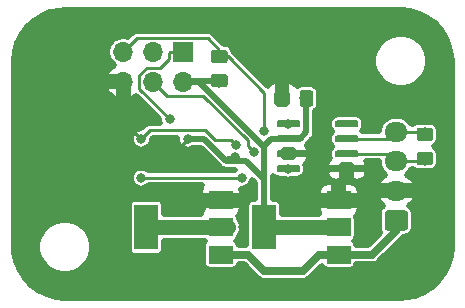
<source format=gbr>
G04 #@! TF.GenerationSoftware,KiCad,Pcbnew,(5.1.4)-1*
G04 #@! TF.CreationDate,2020-02-08T14:35:32-05:00*
G04 #@! TF.ProjectId,Psyduck,50737964-7563-46b2-9e6b-696361645f70,rev?*
G04 #@! TF.SameCoordinates,Original*
G04 #@! TF.FileFunction,Copper,L2,Bot*
G04 #@! TF.FilePolarity,Positive*
%FSLAX46Y46*%
G04 Gerber Fmt 4.6, Leading zero omitted, Abs format (unit mm)*
G04 Created by KiCad (PCBNEW (5.1.4)-1) date 2020-02-08 14:35:32*
%MOMM*%
%LPD*%
G04 APERTURE LIST*
%ADD10O,1.950000X1.700000*%
%ADD11C,0.100000*%
%ADD12C,1.700000*%
%ADD13C,1.150000*%
%ADD14R,2.000000X1.500000*%
%ADD15R,2.000000X3.800000*%
%ADD16C,0.600000*%
%ADD17O,1.700000X1.700000*%
%ADD18R,1.700000X1.700000*%
%ADD19C,0.800000*%
%ADD20C,0.508000*%
%ADD21C,1.270000*%
%ADD22C,0.250000*%
%ADD23C,0.635000*%
G04 APERTURE END LIST*
D10*
X15240000Y-21670000D03*
X15240000Y-24170000D03*
D11*
G36*
X15989504Y-25821204D02*
G01*
X16013773Y-25824804D01*
X16037571Y-25830765D01*
X16060671Y-25839030D01*
X16082849Y-25849520D01*
X16103893Y-25862133D01*
X16123598Y-25876747D01*
X16141777Y-25893223D01*
X16158253Y-25911402D01*
X16172867Y-25931107D01*
X16185480Y-25952151D01*
X16195970Y-25974329D01*
X16204235Y-25997429D01*
X16210196Y-26021227D01*
X16213796Y-26045496D01*
X16215000Y-26070000D01*
X16215000Y-27270000D01*
X16213796Y-27294504D01*
X16210196Y-27318773D01*
X16204235Y-27342571D01*
X16195970Y-27365671D01*
X16185480Y-27387849D01*
X16172867Y-27408893D01*
X16158253Y-27428598D01*
X16141777Y-27446777D01*
X16123598Y-27463253D01*
X16103893Y-27477867D01*
X16082849Y-27490480D01*
X16060671Y-27500970D01*
X16037571Y-27509235D01*
X16013773Y-27515196D01*
X15989504Y-27518796D01*
X15965000Y-27520000D01*
X14515000Y-27520000D01*
X14490496Y-27518796D01*
X14466227Y-27515196D01*
X14442429Y-27509235D01*
X14419329Y-27500970D01*
X14397151Y-27490480D01*
X14376107Y-27477867D01*
X14356402Y-27463253D01*
X14338223Y-27446777D01*
X14321747Y-27428598D01*
X14307133Y-27408893D01*
X14294520Y-27387849D01*
X14284030Y-27365671D01*
X14275765Y-27342571D01*
X14269804Y-27318773D01*
X14266204Y-27294504D01*
X14265000Y-27270000D01*
X14265000Y-26070000D01*
X14266204Y-26045496D01*
X14269804Y-26021227D01*
X14275765Y-25997429D01*
X14284030Y-25974329D01*
X14294520Y-25952151D01*
X14307133Y-25931107D01*
X14321747Y-25911402D01*
X14338223Y-25893223D01*
X14356402Y-25876747D01*
X14376107Y-25862133D01*
X14397151Y-25849520D01*
X14419329Y-25839030D01*
X14442429Y-25830765D01*
X14466227Y-25824804D01*
X14490496Y-25821204D01*
X14515000Y-25820000D01*
X15965000Y-25820000D01*
X15989504Y-25821204D01*
X15989504Y-25821204D01*
G37*
D12*
X15240000Y-26670000D03*
D10*
X45593000Y-23535000D03*
X45593000Y-26035000D03*
X45593000Y-28535000D03*
D11*
G36*
X46342504Y-30186204D02*
G01*
X46366773Y-30189804D01*
X46390571Y-30195765D01*
X46413671Y-30204030D01*
X46435849Y-30214520D01*
X46456893Y-30227133D01*
X46476598Y-30241747D01*
X46494777Y-30258223D01*
X46511253Y-30276402D01*
X46525867Y-30296107D01*
X46538480Y-30317151D01*
X46548970Y-30339329D01*
X46557235Y-30362429D01*
X46563196Y-30386227D01*
X46566796Y-30410496D01*
X46568000Y-30435000D01*
X46568000Y-31635000D01*
X46566796Y-31659504D01*
X46563196Y-31683773D01*
X46557235Y-31707571D01*
X46548970Y-31730671D01*
X46538480Y-31752849D01*
X46525867Y-31773893D01*
X46511253Y-31793598D01*
X46494777Y-31811777D01*
X46476598Y-31828253D01*
X46456893Y-31842867D01*
X46435849Y-31855480D01*
X46413671Y-31865970D01*
X46390571Y-31874235D01*
X46366773Y-31880196D01*
X46342504Y-31883796D01*
X46318000Y-31885000D01*
X44868000Y-31885000D01*
X44843496Y-31883796D01*
X44819227Y-31880196D01*
X44795429Y-31874235D01*
X44772329Y-31865970D01*
X44750151Y-31855480D01*
X44729107Y-31842867D01*
X44709402Y-31828253D01*
X44691223Y-31811777D01*
X44674747Y-31793598D01*
X44660133Y-31773893D01*
X44647520Y-31752849D01*
X44637030Y-31730671D01*
X44628765Y-31707571D01*
X44622804Y-31683773D01*
X44619204Y-31659504D01*
X44618000Y-31635000D01*
X44618000Y-30435000D01*
X44619204Y-30410496D01*
X44622804Y-30386227D01*
X44628765Y-30362429D01*
X44637030Y-30339329D01*
X44647520Y-30317151D01*
X44660133Y-30296107D01*
X44674747Y-30276402D01*
X44691223Y-30258223D01*
X44709402Y-30241747D01*
X44729107Y-30227133D01*
X44750151Y-30214520D01*
X44772329Y-30204030D01*
X44795429Y-30195765D01*
X44819227Y-30189804D01*
X44843496Y-30186204D01*
X44868000Y-30185000D01*
X46318000Y-30185000D01*
X46342504Y-30186204D01*
X46342504Y-30186204D01*
G37*
D12*
X45593000Y-31035000D03*
D11*
G36*
X36281505Y-20002204D02*
G01*
X36305773Y-20005804D01*
X36329572Y-20011765D01*
X36352671Y-20020030D01*
X36374850Y-20030520D01*
X36395893Y-20043132D01*
X36415599Y-20057747D01*
X36433777Y-20074223D01*
X36450253Y-20092401D01*
X36464868Y-20112107D01*
X36477480Y-20133150D01*
X36487970Y-20155329D01*
X36496235Y-20178428D01*
X36502196Y-20202227D01*
X36505796Y-20226495D01*
X36507000Y-20250999D01*
X36507000Y-21151001D01*
X36505796Y-21175505D01*
X36502196Y-21199773D01*
X36496235Y-21223572D01*
X36487970Y-21246671D01*
X36477480Y-21268850D01*
X36464868Y-21289893D01*
X36450253Y-21309599D01*
X36433777Y-21327777D01*
X36415599Y-21344253D01*
X36395893Y-21358868D01*
X36374850Y-21371480D01*
X36352671Y-21381970D01*
X36329572Y-21390235D01*
X36305773Y-21396196D01*
X36281505Y-21399796D01*
X36257001Y-21401000D01*
X35606999Y-21401000D01*
X35582495Y-21399796D01*
X35558227Y-21396196D01*
X35534428Y-21390235D01*
X35511329Y-21381970D01*
X35489150Y-21371480D01*
X35468107Y-21358868D01*
X35448401Y-21344253D01*
X35430223Y-21327777D01*
X35413747Y-21309599D01*
X35399132Y-21289893D01*
X35386520Y-21268850D01*
X35376030Y-21246671D01*
X35367765Y-21223572D01*
X35361804Y-21199773D01*
X35358204Y-21175505D01*
X35357000Y-21151001D01*
X35357000Y-20250999D01*
X35358204Y-20226495D01*
X35361804Y-20202227D01*
X35367765Y-20178428D01*
X35376030Y-20155329D01*
X35386520Y-20133150D01*
X35399132Y-20112107D01*
X35413747Y-20092401D01*
X35430223Y-20074223D01*
X35448401Y-20057747D01*
X35468107Y-20043132D01*
X35489150Y-20030520D01*
X35511329Y-20020030D01*
X35534428Y-20011765D01*
X35558227Y-20005804D01*
X35582495Y-20002204D01*
X35606999Y-20001000D01*
X36257001Y-20001000D01*
X36281505Y-20002204D01*
X36281505Y-20002204D01*
G37*
D13*
X35932000Y-20701000D03*
D11*
G36*
X38331505Y-20002204D02*
G01*
X38355773Y-20005804D01*
X38379572Y-20011765D01*
X38402671Y-20020030D01*
X38424850Y-20030520D01*
X38445893Y-20043132D01*
X38465599Y-20057747D01*
X38483777Y-20074223D01*
X38500253Y-20092401D01*
X38514868Y-20112107D01*
X38527480Y-20133150D01*
X38537970Y-20155329D01*
X38546235Y-20178428D01*
X38552196Y-20202227D01*
X38555796Y-20226495D01*
X38557000Y-20250999D01*
X38557000Y-21151001D01*
X38555796Y-21175505D01*
X38552196Y-21199773D01*
X38546235Y-21223572D01*
X38537970Y-21246671D01*
X38527480Y-21268850D01*
X38514868Y-21289893D01*
X38500253Y-21309599D01*
X38483777Y-21327777D01*
X38465599Y-21344253D01*
X38445893Y-21358868D01*
X38424850Y-21371480D01*
X38402671Y-21381970D01*
X38379572Y-21390235D01*
X38355773Y-21396196D01*
X38331505Y-21399796D01*
X38307001Y-21401000D01*
X37656999Y-21401000D01*
X37632495Y-21399796D01*
X37608227Y-21396196D01*
X37584428Y-21390235D01*
X37561329Y-21381970D01*
X37539150Y-21371480D01*
X37518107Y-21358868D01*
X37498401Y-21344253D01*
X37480223Y-21327777D01*
X37463747Y-21309599D01*
X37449132Y-21289893D01*
X37436520Y-21268850D01*
X37426030Y-21246671D01*
X37417765Y-21223572D01*
X37411804Y-21199773D01*
X37408204Y-21175505D01*
X37407000Y-21151001D01*
X37407000Y-20250999D01*
X37408204Y-20226495D01*
X37411804Y-20202227D01*
X37417765Y-20178428D01*
X37426030Y-20155329D01*
X37436520Y-20133150D01*
X37449132Y-20112107D01*
X37463747Y-20092401D01*
X37480223Y-20074223D01*
X37498401Y-20057747D01*
X37518107Y-20043132D01*
X37539150Y-20030520D01*
X37561329Y-20020030D01*
X37584428Y-20011765D01*
X37608227Y-20005804D01*
X37632495Y-20002204D01*
X37656999Y-20001000D01*
X38307001Y-20001000D01*
X38331505Y-20002204D01*
X38331505Y-20002204D01*
G37*
D13*
X37982000Y-20701000D03*
D11*
G36*
X48480505Y-23166204D02*
G01*
X48504773Y-23169804D01*
X48528572Y-23175765D01*
X48551671Y-23184030D01*
X48573850Y-23194520D01*
X48594893Y-23207132D01*
X48614599Y-23221747D01*
X48632777Y-23238223D01*
X48649253Y-23256401D01*
X48663868Y-23276107D01*
X48676480Y-23297150D01*
X48686970Y-23319329D01*
X48695235Y-23342428D01*
X48701196Y-23366227D01*
X48704796Y-23390495D01*
X48706000Y-23414999D01*
X48706000Y-24065001D01*
X48704796Y-24089505D01*
X48701196Y-24113773D01*
X48695235Y-24137572D01*
X48686970Y-24160671D01*
X48676480Y-24182850D01*
X48663868Y-24203893D01*
X48649253Y-24223599D01*
X48632777Y-24241777D01*
X48614599Y-24258253D01*
X48594893Y-24272868D01*
X48573850Y-24285480D01*
X48551671Y-24295970D01*
X48528572Y-24304235D01*
X48504773Y-24310196D01*
X48480505Y-24313796D01*
X48456001Y-24315000D01*
X47555999Y-24315000D01*
X47531495Y-24313796D01*
X47507227Y-24310196D01*
X47483428Y-24304235D01*
X47460329Y-24295970D01*
X47438150Y-24285480D01*
X47417107Y-24272868D01*
X47397401Y-24258253D01*
X47379223Y-24241777D01*
X47362747Y-24223599D01*
X47348132Y-24203893D01*
X47335520Y-24182850D01*
X47325030Y-24160671D01*
X47316765Y-24137572D01*
X47310804Y-24113773D01*
X47307204Y-24089505D01*
X47306000Y-24065001D01*
X47306000Y-23414999D01*
X47307204Y-23390495D01*
X47310804Y-23366227D01*
X47316765Y-23342428D01*
X47325030Y-23319329D01*
X47335520Y-23297150D01*
X47348132Y-23276107D01*
X47362747Y-23256401D01*
X47379223Y-23238223D01*
X47397401Y-23221747D01*
X47417107Y-23207132D01*
X47438150Y-23194520D01*
X47460329Y-23184030D01*
X47483428Y-23175765D01*
X47507227Y-23169804D01*
X47531495Y-23166204D01*
X47555999Y-23165000D01*
X48456001Y-23165000D01*
X48480505Y-23166204D01*
X48480505Y-23166204D01*
G37*
D13*
X48006000Y-23740000D03*
D11*
G36*
X48480505Y-25216204D02*
G01*
X48504773Y-25219804D01*
X48528572Y-25225765D01*
X48551671Y-25234030D01*
X48573850Y-25244520D01*
X48594893Y-25257132D01*
X48614599Y-25271747D01*
X48632777Y-25288223D01*
X48649253Y-25306401D01*
X48663868Y-25326107D01*
X48676480Y-25347150D01*
X48686970Y-25369329D01*
X48695235Y-25392428D01*
X48701196Y-25416227D01*
X48704796Y-25440495D01*
X48706000Y-25464999D01*
X48706000Y-26115001D01*
X48704796Y-26139505D01*
X48701196Y-26163773D01*
X48695235Y-26187572D01*
X48686970Y-26210671D01*
X48676480Y-26232850D01*
X48663868Y-26253893D01*
X48649253Y-26273599D01*
X48632777Y-26291777D01*
X48614599Y-26308253D01*
X48594893Y-26322868D01*
X48573850Y-26335480D01*
X48551671Y-26345970D01*
X48528572Y-26354235D01*
X48504773Y-26360196D01*
X48480505Y-26363796D01*
X48456001Y-26365000D01*
X47555999Y-26365000D01*
X47531495Y-26363796D01*
X47507227Y-26360196D01*
X47483428Y-26354235D01*
X47460329Y-26345970D01*
X47438150Y-26335480D01*
X47417107Y-26322868D01*
X47397401Y-26308253D01*
X47379223Y-26291777D01*
X47362747Y-26273599D01*
X47348132Y-26253893D01*
X47335520Y-26232850D01*
X47325030Y-26210671D01*
X47316765Y-26187572D01*
X47310804Y-26163773D01*
X47307204Y-26139505D01*
X47306000Y-26115001D01*
X47306000Y-25464999D01*
X47307204Y-25440495D01*
X47310804Y-25416227D01*
X47316765Y-25392428D01*
X47325030Y-25369329D01*
X47335520Y-25347150D01*
X47348132Y-25326107D01*
X47362747Y-25306401D01*
X47379223Y-25288223D01*
X47397401Y-25271747D01*
X47417107Y-25257132D01*
X47438150Y-25244520D01*
X47460329Y-25234030D01*
X47483428Y-25225765D01*
X47507227Y-25219804D01*
X47531495Y-25216204D01*
X47555999Y-25215000D01*
X48456001Y-25215000D01*
X48480505Y-25216204D01*
X48480505Y-25216204D01*
G37*
D13*
X48006000Y-25790000D03*
D14*
X40717000Y-29323000D03*
X40717000Y-33923000D03*
X40717000Y-31623000D03*
D15*
X34417000Y-31623000D03*
D11*
G36*
X42241703Y-26370722D02*
G01*
X42256264Y-26372882D01*
X42270543Y-26376459D01*
X42284403Y-26381418D01*
X42297710Y-26387712D01*
X42310336Y-26395280D01*
X42322159Y-26404048D01*
X42333066Y-26413934D01*
X42342952Y-26424841D01*
X42351720Y-26436664D01*
X42359288Y-26449290D01*
X42365582Y-26462597D01*
X42370541Y-26476457D01*
X42374118Y-26490736D01*
X42376278Y-26505297D01*
X42377000Y-26520000D01*
X42377000Y-26820000D01*
X42376278Y-26834703D01*
X42374118Y-26849264D01*
X42370541Y-26863543D01*
X42365582Y-26877403D01*
X42359288Y-26890710D01*
X42351720Y-26903336D01*
X42342952Y-26915159D01*
X42333066Y-26926066D01*
X42322159Y-26935952D01*
X42310336Y-26944720D01*
X42297710Y-26952288D01*
X42284403Y-26958582D01*
X42270543Y-26963541D01*
X42256264Y-26967118D01*
X42241703Y-26969278D01*
X42227000Y-26970000D01*
X40577000Y-26970000D01*
X40562297Y-26969278D01*
X40547736Y-26967118D01*
X40533457Y-26963541D01*
X40519597Y-26958582D01*
X40506290Y-26952288D01*
X40493664Y-26944720D01*
X40481841Y-26935952D01*
X40470934Y-26926066D01*
X40461048Y-26915159D01*
X40452280Y-26903336D01*
X40444712Y-26890710D01*
X40438418Y-26877403D01*
X40433459Y-26863543D01*
X40429882Y-26849264D01*
X40427722Y-26834703D01*
X40427000Y-26820000D01*
X40427000Y-26520000D01*
X40427722Y-26505297D01*
X40429882Y-26490736D01*
X40433459Y-26476457D01*
X40438418Y-26462597D01*
X40444712Y-26449290D01*
X40452280Y-26436664D01*
X40461048Y-26424841D01*
X40470934Y-26413934D01*
X40481841Y-26404048D01*
X40493664Y-26395280D01*
X40506290Y-26387712D01*
X40519597Y-26381418D01*
X40533457Y-26376459D01*
X40547736Y-26372882D01*
X40562297Y-26370722D01*
X40577000Y-26370000D01*
X42227000Y-26370000D01*
X42241703Y-26370722D01*
X42241703Y-26370722D01*
G37*
D16*
X41402000Y-26670000D03*
D11*
G36*
X42241703Y-25100722D02*
G01*
X42256264Y-25102882D01*
X42270543Y-25106459D01*
X42284403Y-25111418D01*
X42297710Y-25117712D01*
X42310336Y-25125280D01*
X42322159Y-25134048D01*
X42333066Y-25143934D01*
X42342952Y-25154841D01*
X42351720Y-25166664D01*
X42359288Y-25179290D01*
X42365582Y-25192597D01*
X42370541Y-25206457D01*
X42374118Y-25220736D01*
X42376278Y-25235297D01*
X42377000Y-25250000D01*
X42377000Y-25550000D01*
X42376278Y-25564703D01*
X42374118Y-25579264D01*
X42370541Y-25593543D01*
X42365582Y-25607403D01*
X42359288Y-25620710D01*
X42351720Y-25633336D01*
X42342952Y-25645159D01*
X42333066Y-25656066D01*
X42322159Y-25665952D01*
X42310336Y-25674720D01*
X42297710Y-25682288D01*
X42284403Y-25688582D01*
X42270543Y-25693541D01*
X42256264Y-25697118D01*
X42241703Y-25699278D01*
X42227000Y-25700000D01*
X40577000Y-25700000D01*
X40562297Y-25699278D01*
X40547736Y-25697118D01*
X40533457Y-25693541D01*
X40519597Y-25688582D01*
X40506290Y-25682288D01*
X40493664Y-25674720D01*
X40481841Y-25665952D01*
X40470934Y-25656066D01*
X40461048Y-25645159D01*
X40452280Y-25633336D01*
X40444712Y-25620710D01*
X40438418Y-25607403D01*
X40433459Y-25593543D01*
X40429882Y-25579264D01*
X40427722Y-25564703D01*
X40427000Y-25550000D01*
X40427000Y-25250000D01*
X40427722Y-25235297D01*
X40429882Y-25220736D01*
X40433459Y-25206457D01*
X40438418Y-25192597D01*
X40444712Y-25179290D01*
X40452280Y-25166664D01*
X40461048Y-25154841D01*
X40470934Y-25143934D01*
X40481841Y-25134048D01*
X40493664Y-25125280D01*
X40506290Y-25117712D01*
X40519597Y-25111418D01*
X40533457Y-25106459D01*
X40547736Y-25102882D01*
X40562297Y-25100722D01*
X40577000Y-25100000D01*
X42227000Y-25100000D01*
X42241703Y-25100722D01*
X42241703Y-25100722D01*
G37*
D16*
X41402000Y-25400000D03*
D11*
G36*
X42241703Y-23830722D02*
G01*
X42256264Y-23832882D01*
X42270543Y-23836459D01*
X42284403Y-23841418D01*
X42297710Y-23847712D01*
X42310336Y-23855280D01*
X42322159Y-23864048D01*
X42333066Y-23873934D01*
X42342952Y-23884841D01*
X42351720Y-23896664D01*
X42359288Y-23909290D01*
X42365582Y-23922597D01*
X42370541Y-23936457D01*
X42374118Y-23950736D01*
X42376278Y-23965297D01*
X42377000Y-23980000D01*
X42377000Y-24280000D01*
X42376278Y-24294703D01*
X42374118Y-24309264D01*
X42370541Y-24323543D01*
X42365582Y-24337403D01*
X42359288Y-24350710D01*
X42351720Y-24363336D01*
X42342952Y-24375159D01*
X42333066Y-24386066D01*
X42322159Y-24395952D01*
X42310336Y-24404720D01*
X42297710Y-24412288D01*
X42284403Y-24418582D01*
X42270543Y-24423541D01*
X42256264Y-24427118D01*
X42241703Y-24429278D01*
X42227000Y-24430000D01*
X40577000Y-24430000D01*
X40562297Y-24429278D01*
X40547736Y-24427118D01*
X40533457Y-24423541D01*
X40519597Y-24418582D01*
X40506290Y-24412288D01*
X40493664Y-24404720D01*
X40481841Y-24395952D01*
X40470934Y-24386066D01*
X40461048Y-24375159D01*
X40452280Y-24363336D01*
X40444712Y-24350710D01*
X40438418Y-24337403D01*
X40433459Y-24323543D01*
X40429882Y-24309264D01*
X40427722Y-24294703D01*
X40427000Y-24280000D01*
X40427000Y-23980000D01*
X40427722Y-23965297D01*
X40429882Y-23950736D01*
X40433459Y-23936457D01*
X40438418Y-23922597D01*
X40444712Y-23909290D01*
X40452280Y-23896664D01*
X40461048Y-23884841D01*
X40470934Y-23873934D01*
X40481841Y-23864048D01*
X40493664Y-23855280D01*
X40506290Y-23847712D01*
X40519597Y-23841418D01*
X40533457Y-23836459D01*
X40547736Y-23832882D01*
X40562297Y-23830722D01*
X40577000Y-23830000D01*
X42227000Y-23830000D01*
X42241703Y-23830722D01*
X42241703Y-23830722D01*
G37*
D16*
X41402000Y-24130000D03*
D11*
G36*
X42241703Y-22560722D02*
G01*
X42256264Y-22562882D01*
X42270543Y-22566459D01*
X42284403Y-22571418D01*
X42297710Y-22577712D01*
X42310336Y-22585280D01*
X42322159Y-22594048D01*
X42333066Y-22603934D01*
X42342952Y-22614841D01*
X42351720Y-22626664D01*
X42359288Y-22639290D01*
X42365582Y-22652597D01*
X42370541Y-22666457D01*
X42374118Y-22680736D01*
X42376278Y-22695297D01*
X42377000Y-22710000D01*
X42377000Y-23010000D01*
X42376278Y-23024703D01*
X42374118Y-23039264D01*
X42370541Y-23053543D01*
X42365582Y-23067403D01*
X42359288Y-23080710D01*
X42351720Y-23093336D01*
X42342952Y-23105159D01*
X42333066Y-23116066D01*
X42322159Y-23125952D01*
X42310336Y-23134720D01*
X42297710Y-23142288D01*
X42284403Y-23148582D01*
X42270543Y-23153541D01*
X42256264Y-23157118D01*
X42241703Y-23159278D01*
X42227000Y-23160000D01*
X40577000Y-23160000D01*
X40562297Y-23159278D01*
X40547736Y-23157118D01*
X40533457Y-23153541D01*
X40519597Y-23148582D01*
X40506290Y-23142288D01*
X40493664Y-23134720D01*
X40481841Y-23125952D01*
X40470934Y-23116066D01*
X40461048Y-23105159D01*
X40452280Y-23093336D01*
X40444712Y-23080710D01*
X40438418Y-23067403D01*
X40433459Y-23053543D01*
X40429882Y-23039264D01*
X40427722Y-23024703D01*
X40427000Y-23010000D01*
X40427000Y-22710000D01*
X40427722Y-22695297D01*
X40429882Y-22680736D01*
X40433459Y-22666457D01*
X40438418Y-22652597D01*
X40444712Y-22639290D01*
X40452280Y-22626664D01*
X40461048Y-22614841D01*
X40470934Y-22603934D01*
X40481841Y-22594048D01*
X40493664Y-22585280D01*
X40506290Y-22577712D01*
X40519597Y-22571418D01*
X40533457Y-22566459D01*
X40547736Y-22562882D01*
X40562297Y-22560722D01*
X40577000Y-22560000D01*
X42227000Y-22560000D01*
X42241703Y-22560722D01*
X42241703Y-22560722D01*
G37*
D16*
X41402000Y-22860000D03*
D11*
G36*
X37291703Y-22560722D02*
G01*
X37306264Y-22562882D01*
X37320543Y-22566459D01*
X37334403Y-22571418D01*
X37347710Y-22577712D01*
X37360336Y-22585280D01*
X37372159Y-22594048D01*
X37383066Y-22603934D01*
X37392952Y-22614841D01*
X37401720Y-22626664D01*
X37409288Y-22639290D01*
X37415582Y-22652597D01*
X37420541Y-22666457D01*
X37424118Y-22680736D01*
X37426278Y-22695297D01*
X37427000Y-22710000D01*
X37427000Y-23010000D01*
X37426278Y-23024703D01*
X37424118Y-23039264D01*
X37420541Y-23053543D01*
X37415582Y-23067403D01*
X37409288Y-23080710D01*
X37401720Y-23093336D01*
X37392952Y-23105159D01*
X37383066Y-23116066D01*
X37372159Y-23125952D01*
X37360336Y-23134720D01*
X37347710Y-23142288D01*
X37334403Y-23148582D01*
X37320543Y-23153541D01*
X37306264Y-23157118D01*
X37291703Y-23159278D01*
X37277000Y-23160000D01*
X35627000Y-23160000D01*
X35612297Y-23159278D01*
X35597736Y-23157118D01*
X35583457Y-23153541D01*
X35569597Y-23148582D01*
X35556290Y-23142288D01*
X35543664Y-23134720D01*
X35531841Y-23125952D01*
X35520934Y-23116066D01*
X35511048Y-23105159D01*
X35502280Y-23093336D01*
X35494712Y-23080710D01*
X35488418Y-23067403D01*
X35483459Y-23053543D01*
X35479882Y-23039264D01*
X35477722Y-23024703D01*
X35477000Y-23010000D01*
X35477000Y-22710000D01*
X35477722Y-22695297D01*
X35479882Y-22680736D01*
X35483459Y-22666457D01*
X35488418Y-22652597D01*
X35494712Y-22639290D01*
X35502280Y-22626664D01*
X35511048Y-22614841D01*
X35520934Y-22603934D01*
X35531841Y-22594048D01*
X35543664Y-22585280D01*
X35556290Y-22577712D01*
X35569597Y-22571418D01*
X35583457Y-22566459D01*
X35597736Y-22562882D01*
X35612297Y-22560722D01*
X35627000Y-22560000D01*
X37277000Y-22560000D01*
X37291703Y-22560722D01*
X37291703Y-22560722D01*
G37*
D16*
X36452000Y-22860000D03*
D11*
G36*
X37291703Y-23830722D02*
G01*
X37306264Y-23832882D01*
X37320543Y-23836459D01*
X37334403Y-23841418D01*
X37347710Y-23847712D01*
X37360336Y-23855280D01*
X37372159Y-23864048D01*
X37383066Y-23873934D01*
X37392952Y-23884841D01*
X37401720Y-23896664D01*
X37409288Y-23909290D01*
X37415582Y-23922597D01*
X37420541Y-23936457D01*
X37424118Y-23950736D01*
X37426278Y-23965297D01*
X37427000Y-23980000D01*
X37427000Y-24280000D01*
X37426278Y-24294703D01*
X37424118Y-24309264D01*
X37420541Y-24323543D01*
X37415582Y-24337403D01*
X37409288Y-24350710D01*
X37401720Y-24363336D01*
X37392952Y-24375159D01*
X37383066Y-24386066D01*
X37372159Y-24395952D01*
X37360336Y-24404720D01*
X37347710Y-24412288D01*
X37334403Y-24418582D01*
X37320543Y-24423541D01*
X37306264Y-24427118D01*
X37291703Y-24429278D01*
X37277000Y-24430000D01*
X35627000Y-24430000D01*
X35612297Y-24429278D01*
X35597736Y-24427118D01*
X35583457Y-24423541D01*
X35569597Y-24418582D01*
X35556290Y-24412288D01*
X35543664Y-24404720D01*
X35531841Y-24395952D01*
X35520934Y-24386066D01*
X35511048Y-24375159D01*
X35502280Y-24363336D01*
X35494712Y-24350710D01*
X35488418Y-24337403D01*
X35483459Y-24323543D01*
X35479882Y-24309264D01*
X35477722Y-24294703D01*
X35477000Y-24280000D01*
X35477000Y-23980000D01*
X35477722Y-23965297D01*
X35479882Y-23950736D01*
X35483459Y-23936457D01*
X35488418Y-23922597D01*
X35494712Y-23909290D01*
X35502280Y-23896664D01*
X35511048Y-23884841D01*
X35520934Y-23873934D01*
X35531841Y-23864048D01*
X35543664Y-23855280D01*
X35556290Y-23847712D01*
X35569597Y-23841418D01*
X35583457Y-23836459D01*
X35597736Y-23832882D01*
X35612297Y-23830722D01*
X35627000Y-23830000D01*
X37277000Y-23830000D01*
X37291703Y-23830722D01*
X37291703Y-23830722D01*
G37*
D16*
X36452000Y-24130000D03*
D11*
G36*
X37291703Y-25100722D02*
G01*
X37306264Y-25102882D01*
X37320543Y-25106459D01*
X37334403Y-25111418D01*
X37347710Y-25117712D01*
X37360336Y-25125280D01*
X37372159Y-25134048D01*
X37383066Y-25143934D01*
X37392952Y-25154841D01*
X37401720Y-25166664D01*
X37409288Y-25179290D01*
X37415582Y-25192597D01*
X37420541Y-25206457D01*
X37424118Y-25220736D01*
X37426278Y-25235297D01*
X37427000Y-25250000D01*
X37427000Y-25550000D01*
X37426278Y-25564703D01*
X37424118Y-25579264D01*
X37420541Y-25593543D01*
X37415582Y-25607403D01*
X37409288Y-25620710D01*
X37401720Y-25633336D01*
X37392952Y-25645159D01*
X37383066Y-25656066D01*
X37372159Y-25665952D01*
X37360336Y-25674720D01*
X37347710Y-25682288D01*
X37334403Y-25688582D01*
X37320543Y-25693541D01*
X37306264Y-25697118D01*
X37291703Y-25699278D01*
X37277000Y-25700000D01*
X35627000Y-25700000D01*
X35612297Y-25699278D01*
X35597736Y-25697118D01*
X35583457Y-25693541D01*
X35569597Y-25688582D01*
X35556290Y-25682288D01*
X35543664Y-25674720D01*
X35531841Y-25665952D01*
X35520934Y-25656066D01*
X35511048Y-25645159D01*
X35502280Y-25633336D01*
X35494712Y-25620710D01*
X35488418Y-25607403D01*
X35483459Y-25593543D01*
X35479882Y-25579264D01*
X35477722Y-25564703D01*
X35477000Y-25550000D01*
X35477000Y-25250000D01*
X35477722Y-25235297D01*
X35479882Y-25220736D01*
X35483459Y-25206457D01*
X35488418Y-25192597D01*
X35494712Y-25179290D01*
X35502280Y-25166664D01*
X35511048Y-25154841D01*
X35520934Y-25143934D01*
X35531841Y-25134048D01*
X35543664Y-25125280D01*
X35556290Y-25117712D01*
X35569597Y-25111418D01*
X35583457Y-25106459D01*
X35597736Y-25102882D01*
X35612297Y-25100722D01*
X35627000Y-25100000D01*
X37277000Y-25100000D01*
X37291703Y-25100722D01*
X37291703Y-25100722D01*
G37*
D16*
X36452000Y-25400000D03*
D11*
G36*
X37291703Y-26370722D02*
G01*
X37306264Y-26372882D01*
X37320543Y-26376459D01*
X37334403Y-26381418D01*
X37347710Y-26387712D01*
X37360336Y-26395280D01*
X37372159Y-26404048D01*
X37383066Y-26413934D01*
X37392952Y-26424841D01*
X37401720Y-26436664D01*
X37409288Y-26449290D01*
X37415582Y-26462597D01*
X37420541Y-26476457D01*
X37424118Y-26490736D01*
X37426278Y-26505297D01*
X37427000Y-26520000D01*
X37427000Y-26820000D01*
X37426278Y-26834703D01*
X37424118Y-26849264D01*
X37420541Y-26863543D01*
X37415582Y-26877403D01*
X37409288Y-26890710D01*
X37401720Y-26903336D01*
X37392952Y-26915159D01*
X37383066Y-26926066D01*
X37372159Y-26935952D01*
X37360336Y-26944720D01*
X37347710Y-26952288D01*
X37334403Y-26958582D01*
X37320543Y-26963541D01*
X37306264Y-26967118D01*
X37291703Y-26969278D01*
X37277000Y-26970000D01*
X35627000Y-26970000D01*
X35612297Y-26969278D01*
X35597736Y-26967118D01*
X35583457Y-26963541D01*
X35569597Y-26958582D01*
X35556290Y-26952288D01*
X35543664Y-26944720D01*
X35531841Y-26935952D01*
X35520934Y-26926066D01*
X35511048Y-26915159D01*
X35502280Y-26903336D01*
X35494712Y-26890710D01*
X35488418Y-26877403D01*
X35483459Y-26863543D01*
X35479882Y-26849264D01*
X35477722Y-26834703D01*
X35477000Y-26820000D01*
X35477000Y-26520000D01*
X35477722Y-26505297D01*
X35479882Y-26490736D01*
X35483459Y-26476457D01*
X35488418Y-26462597D01*
X35494712Y-26449290D01*
X35502280Y-26436664D01*
X35511048Y-26424841D01*
X35520934Y-26413934D01*
X35531841Y-26404048D01*
X35543664Y-26395280D01*
X35556290Y-26387712D01*
X35569597Y-26381418D01*
X35583457Y-26376459D01*
X35597736Y-26372882D01*
X35612297Y-26370722D01*
X35627000Y-26370000D01*
X37277000Y-26370000D01*
X37291703Y-26370722D01*
X37291703Y-26370722D01*
G37*
D16*
X36452000Y-26670000D03*
D11*
G36*
X31081505Y-16571204D02*
G01*
X31105773Y-16574804D01*
X31129572Y-16580765D01*
X31152671Y-16589030D01*
X31174850Y-16599520D01*
X31195893Y-16612132D01*
X31215599Y-16626747D01*
X31233777Y-16643223D01*
X31250253Y-16661401D01*
X31264868Y-16681107D01*
X31277480Y-16702150D01*
X31287970Y-16724329D01*
X31296235Y-16747428D01*
X31302196Y-16771227D01*
X31305796Y-16795495D01*
X31307000Y-16819999D01*
X31307000Y-17470001D01*
X31305796Y-17494505D01*
X31302196Y-17518773D01*
X31296235Y-17542572D01*
X31287970Y-17565671D01*
X31277480Y-17587850D01*
X31264868Y-17608893D01*
X31250253Y-17628599D01*
X31233777Y-17646777D01*
X31215599Y-17663253D01*
X31195893Y-17677868D01*
X31174850Y-17690480D01*
X31152671Y-17700970D01*
X31129572Y-17709235D01*
X31105773Y-17715196D01*
X31081505Y-17718796D01*
X31057001Y-17720000D01*
X30156999Y-17720000D01*
X30132495Y-17718796D01*
X30108227Y-17715196D01*
X30084428Y-17709235D01*
X30061329Y-17700970D01*
X30039150Y-17690480D01*
X30018107Y-17677868D01*
X29998401Y-17663253D01*
X29980223Y-17646777D01*
X29963747Y-17628599D01*
X29949132Y-17608893D01*
X29936520Y-17587850D01*
X29926030Y-17565671D01*
X29917765Y-17542572D01*
X29911804Y-17518773D01*
X29908204Y-17494505D01*
X29907000Y-17470001D01*
X29907000Y-16819999D01*
X29908204Y-16795495D01*
X29911804Y-16771227D01*
X29917765Y-16747428D01*
X29926030Y-16724329D01*
X29936520Y-16702150D01*
X29949132Y-16681107D01*
X29963747Y-16661401D01*
X29980223Y-16643223D01*
X29998401Y-16626747D01*
X30018107Y-16612132D01*
X30039150Y-16599520D01*
X30061329Y-16589030D01*
X30084428Y-16580765D01*
X30108227Y-16574804D01*
X30132495Y-16571204D01*
X30156999Y-16570000D01*
X31057001Y-16570000D01*
X31081505Y-16571204D01*
X31081505Y-16571204D01*
G37*
D13*
X30607000Y-17145000D03*
D11*
G36*
X31081505Y-18621204D02*
G01*
X31105773Y-18624804D01*
X31129572Y-18630765D01*
X31152671Y-18639030D01*
X31174850Y-18649520D01*
X31195893Y-18662132D01*
X31215599Y-18676747D01*
X31233777Y-18693223D01*
X31250253Y-18711401D01*
X31264868Y-18731107D01*
X31277480Y-18752150D01*
X31287970Y-18774329D01*
X31296235Y-18797428D01*
X31302196Y-18821227D01*
X31305796Y-18845495D01*
X31307000Y-18869999D01*
X31307000Y-19520001D01*
X31305796Y-19544505D01*
X31302196Y-19568773D01*
X31296235Y-19592572D01*
X31287970Y-19615671D01*
X31277480Y-19637850D01*
X31264868Y-19658893D01*
X31250253Y-19678599D01*
X31233777Y-19696777D01*
X31215599Y-19713253D01*
X31195893Y-19727868D01*
X31174850Y-19740480D01*
X31152671Y-19750970D01*
X31129572Y-19759235D01*
X31105773Y-19765196D01*
X31081505Y-19768796D01*
X31057001Y-19770000D01*
X30156999Y-19770000D01*
X30132495Y-19768796D01*
X30108227Y-19765196D01*
X30084428Y-19759235D01*
X30061329Y-19750970D01*
X30039150Y-19740480D01*
X30018107Y-19727868D01*
X29998401Y-19713253D01*
X29980223Y-19696777D01*
X29963747Y-19678599D01*
X29949132Y-19658893D01*
X29936520Y-19637850D01*
X29926030Y-19615671D01*
X29917765Y-19592572D01*
X29911804Y-19568773D01*
X29908204Y-19544505D01*
X29907000Y-19520001D01*
X29907000Y-18869999D01*
X29908204Y-18845495D01*
X29911804Y-18821227D01*
X29917765Y-18797428D01*
X29926030Y-18774329D01*
X29936520Y-18752150D01*
X29949132Y-18731107D01*
X29963747Y-18711401D01*
X29980223Y-18693223D01*
X29998401Y-18676747D01*
X30018107Y-18662132D01*
X30039150Y-18649520D01*
X30061329Y-18639030D01*
X30084428Y-18630765D01*
X30108227Y-18624804D01*
X30132495Y-18621204D01*
X30156999Y-18620000D01*
X31057001Y-18620000D01*
X31081505Y-18621204D01*
X31081505Y-18621204D01*
G37*
D13*
X30607000Y-19195000D03*
D17*
X22479000Y-19304000D03*
X22479000Y-16764000D03*
X25019000Y-19304000D03*
X25019000Y-16764000D03*
X27559000Y-19304000D03*
D18*
X27559000Y-16764000D03*
D14*
X30734000Y-29323000D03*
X30734000Y-33923000D03*
X30734000Y-31623000D03*
D15*
X24434000Y-31623000D03*
D19*
X41402000Y-20193000D03*
X40767000Y-29337000D03*
X36449000Y-25400000D03*
X27940000Y-26162000D03*
X32639000Y-31623000D03*
X43180000Y-32512000D03*
X43561000Y-22860000D03*
X15240000Y-15240000D03*
X20320000Y-35560000D03*
X20320000Y-30480000D03*
X20320000Y-25400000D03*
X20320000Y-20320000D03*
X20320000Y-15240000D03*
X30480000Y-15240000D03*
X35560000Y-15240000D03*
X40640000Y-15240000D03*
X25400000Y-25400000D03*
X25400000Y-35560000D03*
X30480000Y-35560000D03*
X40640000Y-35560000D03*
X45720000Y-35560000D03*
X29083000Y-30099000D03*
X28321000Y-29210000D03*
X27432000Y-28321000D03*
X40767000Y-31623000D03*
X38100000Y-31623000D03*
X34671000Y-31623000D03*
X27940000Y-24130000D03*
X31917933Y-25634291D03*
X24130000Y-30734000D03*
X24130000Y-32766000D03*
X30734000Y-31623000D03*
X34417000Y-23495000D03*
X33528000Y-25273000D03*
X26416000Y-22479000D03*
X36449000Y-22860000D03*
X36449000Y-26670000D03*
X24003000Y-27432000D03*
X32512000Y-27432000D03*
X24003000Y-24130000D03*
X32004000Y-24638000D03*
D20*
X27940000Y-24130000D02*
X29332000Y-24130000D01*
X29332000Y-24130000D02*
X31202001Y-26000001D01*
X31202001Y-26000001D02*
X32864079Y-26000001D01*
X34417000Y-27552922D02*
X34417000Y-31623000D01*
X32864079Y-26000001D02*
X34417000Y-27552922D01*
X27668000Y-19195000D02*
X27559000Y-19304000D01*
X30607000Y-19195000D02*
X27668000Y-19195000D01*
X34417000Y-25025078D02*
X34417000Y-29215000D01*
X28885843Y-19304000D02*
X27559000Y-19304000D01*
X34417000Y-24835157D02*
X28885843Y-19304000D01*
X34417000Y-25190000D02*
X34417000Y-24835157D01*
X34417000Y-29215000D02*
X34417000Y-31623000D01*
D21*
X40767000Y-31623000D02*
X34417000Y-31623000D01*
D20*
X34417000Y-24701080D02*
X34417000Y-29215000D01*
X36452000Y-24130000D02*
X34988080Y-24130000D01*
X34988080Y-24130000D02*
X34417000Y-24701080D01*
X37982000Y-23575000D02*
X37427000Y-24130000D01*
X37427000Y-24130000D02*
X36452000Y-24130000D01*
X37982000Y-20701000D02*
X37982000Y-23575000D01*
D22*
X25400000Y-26670000D02*
X27940000Y-24130000D01*
X15240000Y-26670000D02*
X25400000Y-26670000D01*
X31202001Y-25784538D02*
X31202001Y-26000001D01*
X31352248Y-25634291D02*
X31202001Y-25784538D01*
X31917933Y-25634291D02*
X31352248Y-25634291D01*
X44958000Y-25400000D02*
X45593000Y-26035000D01*
X41402000Y-25400000D02*
X44958000Y-25400000D01*
X47761000Y-26035000D02*
X48006000Y-25790000D01*
X45593000Y-26035000D02*
X47761000Y-26035000D01*
X44998000Y-24130000D02*
X45593000Y-23535000D01*
X41402000Y-24130000D02*
X44998000Y-24130000D01*
X47801000Y-23535000D02*
X48006000Y-23740000D01*
X45593000Y-23535000D02*
X47801000Y-23535000D01*
D23*
X42352000Y-33923000D02*
X40717000Y-33923000D01*
X45593000Y-31885000D02*
X43555000Y-33923000D01*
X43555000Y-33923000D02*
X42352000Y-33923000D01*
X45593000Y-31035000D02*
X45593000Y-31885000D01*
X33004000Y-33923000D02*
X31369000Y-33923000D01*
X34389000Y-35308000D02*
X33004000Y-33923000D01*
X37697000Y-35308000D02*
X34389000Y-35308000D01*
X39082000Y-33923000D02*
X37697000Y-35308000D01*
X40717000Y-33923000D02*
X39082000Y-33923000D01*
D21*
X31369000Y-31623000D02*
X25069000Y-31623000D01*
D22*
X23328999Y-15914001D02*
X22479000Y-16764000D01*
X23654001Y-15588999D02*
X23328999Y-15914001D01*
X29625999Y-15588999D02*
X23654001Y-15588999D01*
X30607000Y-16570000D02*
X29625999Y-15588999D01*
X30607000Y-17145000D02*
X30607000Y-16570000D01*
X30607000Y-17145000D02*
X31307000Y-17145000D01*
X34417000Y-23495000D02*
X34417000Y-23495000D01*
X31307000Y-17145000D02*
X34417000Y-20255000D01*
X34417000Y-20255000D02*
X34417000Y-23495000D01*
X33001001Y-24746001D02*
X33528000Y-25273000D01*
X33001001Y-24238000D02*
X33001001Y-24746001D01*
X29242002Y-20479001D02*
X33001001Y-24238000D01*
X26194001Y-20479001D02*
X29242002Y-20479001D01*
X25019000Y-19304000D02*
X26194001Y-20479001D01*
X25583001Y-18128999D02*
X24454999Y-18128999D01*
X26383999Y-17328001D02*
X25583001Y-18128999D01*
X24454999Y-18128999D02*
X23843999Y-18739999D01*
X26383999Y-16839001D02*
X26383999Y-17328001D01*
X26459000Y-16764000D02*
X26383999Y-16839001D01*
X27559000Y-16764000D02*
X26459000Y-16764000D01*
X23843999Y-19906999D02*
X26416000Y-22479000D01*
X23843999Y-18739999D02*
X23843999Y-19906999D01*
X32512000Y-27432000D02*
X24003000Y-27432000D01*
X29425839Y-23404999D02*
X24728001Y-23404999D01*
X24728001Y-23404999D02*
X24003000Y-24130000D01*
X30258841Y-24238001D02*
X29425839Y-23404999D01*
X31604001Y-24238001D02*
X30258841Y-24238001D01*
X32004000Y-24638000D02*
X31604001Y-24238001D01*
X21543000Y-21670000D02*
X24003000Y-24130000D01*
X15240000Y-21670000D02*
X21543000Y-21670000D01*
D20*
G36*
X46755926Y-13307094D02*
G01*
X47511670Y-13520236D01*
X48215914Y-13867531D01*
X48845073Y-14337346D01*
X49378086Y-14913956D01*
X49797091Y-15578039D01*
X50088059Y-16307357D01*
X50243305Y-17087828D01*
X50267001Y-17539984D01*
X50267000Y-33249564D01*
X50192906Y-34055926D01*
X49979763Y-34811672D01*
X49632469Y-35515914D01*
X49162651Y-36145076D01*
X48586045Y-36678086D01*
X47921965Y-37097088D01*
X47192644Y-37388059D01*
X46412172Y-37543305D01*
X45960034Y-37567000D01*
X17550436Y-37567000D01*
X16744074Y-37492906D01*
X15988328Y-37279763D01*
X15284086Y-36932469D01*
X14654924Y-36462651D01*
X14121914Y-35886045D01*
X13702912Y-35221965D01*
X13411941Y-34492644D01*
X13256695Y-33712172D01*
X13233000Y-33260034D01*
X13233000Y-33045522D01*
X15206224Y-33045522D01*
X15206224Y-33502478D01*
X15295372Y-33950654D01*
X15470242Y-34372826D01*
X15724113Y-34752771D01*
X16047229Y-35075887D01*
X16427174Y-35329758D01*
X16849346Y-35504628D01*
X17297522Y-35593776D01*
X17754478Y-35593776D01*
X18202654Y-35504628D01*
X18624826Y-35329758D01*
X19004771Y-35075887D01*
X19327887Y-34752771D01*
X19581758Y-34372826D01*
X19756628Y-33950654D01*
X19845776Y-33502478D01*
X19845776Y-33045522D01*
X19756628Y-32597346D01*
X19581758Y-32175174D01*
X19327887Y-31795229D01*
X19004771Y-31472113D01*
X18624826Y-31218242D01*
X18202654Y-31043372D01*
X17754478Y-30954224D01*
X17297522Y-30954224D01*
X16849346Y-31043372D01*
X16427174Y-31218242D01*
X16047229Y-31472113D01*
X15724113Y-31795229D01*
X15470242Y-32175174D01*
X15295372Y-32597346D01*
X15206224Y-33045522D01*
X13233000Y-33045522D01*
X13233000Y-19925339D01*
X20991544Y-19925339D01*
X21141342Y-20203588D01*
X21342546Y-20447267D01*
X21587423Y-20647011D01*
X21857663Y-20791442D01*
X22098000Y-20673489D01*
X22098000Y-19685000D01*
X21103158Y-19685000D01*
X20991544Y-19925339D01*
X13233000Y-19925339D01*
X13233000Y-18682661D01*
X20991544Y-18682661D01*
X21103158Y-18923000D01*
X22098000Y-18923000D01*
X22098000Y-18903000D01*
X22860000Y-18903000D01*
X22860000Y-18923000D01*
X22880000Y-18923000D01*
X22880000Y-19685000D01*
X22860000Y-19685000D01*
X22860000Y-20673489D01*
X23100337Y-20791442D01*
X23370577Y-20647011D01*
X23545847Y-20504044D01*
X25508000Y-22466197D01*
X25508000Y-22568430D01*
X25542894Y-22743854D01*
X25554552Y-22771999D01*
X24759086Y-22771999D01*
X24728000Y-22768937D01*
X24696914Y-22771999D01*
X24696913Y-22771999D01*
X24603911Y-22781159D01*
X24484591Y-22817354D01*
X24374624Y-22876133D01*
X24278237Y-22955235D01*
X24258417Y-22979386D01*
X24015803Y-23222000D01*
X23913570Y-23222000D01*
X23738146Y-23256894D01*
X23572901Y-23325341D01*
X23424184Y-23424711D01*
X23297711Y-23551184D01*
X23198341Y-23699901D01*
X23129894Y-23865146D01*
X23095000Y-24040570D01*
X23095000Y-24219430D01*
X23129894Y-24394854D01*
X23198341Y-24560099D01*
X23297711Y-24708816D01*
X23424184Y-24835289D01*
X23572901Y-24934659D01*
X23738146Y-25003106D01*
X23913570Y-25038000D01*
X24092430Y-25038000D01*
X24267854Y-25003106D01*
X24433099Y-24934659D01*
X24581816Y-24835289D01*
X24708289Y-24708816D01*
X24807659Y-24560099D01*
X24876106Y-24394854D01*
X24911000Y-24219430D01*
X24911000Y-24117197D01*
X24990198Y-24037999D01*
X27032511Y-24037999D01*
X27032000Y-24040570D01*
X27032000Y-24219430D01*
X27066894Y-24394854D01*
X27135341Y-24560099D01*
X27234711Y-24708816D01*
X27361184Y-24835289D01*
X27509901Y-24934659D01*
X27675146Y-25003106D01*
X27850570Y-25038000D01*
X28029430Y-25038000D01*
X28204854Y-25003106D01*
X28370099Y-24934659D01*
X28433942Y-24892000D01*
X29016370Y-24892000D01*
X30636721Y-26512352D01*
X30660579Y-26541423D01*
X30689649Y-26565280D01*
X30776608Y-26636646D01*
X30818131Y-26658840D01*
X30908986Y-26707403D01*
X31052623Y-26750975D01*
X31164575Y-26762001D01*
X31164578Y-26762001D01*
X31202001Y-26765687D01*
X31239424Y-26762001D01*
X31897894Y-26762001D01*
X31860895Y-26799000D01*
X24654105Y-26799000D01*
X24581816Y-26726711D01*
X24433099Y-26627341D01*
X24267854Y-26558894D01*
X24092430Y-26524000D01*
X23913570Y-26524000D01*
X23738146Y-26558894D01*
X23572901Y-26627341D01*
X23424184Y-26726711D01*
X23297711Y-26853184D01*
X23198341Y-27001901D01*
X23129894Y-27167146D01*
X23095000Y-27342570D01*
X23095000Y-27521430D01*
X23129894Y-27696854D01*
X23198341Y-27862099D01*
X23297711Y-28010816D01*
X23424184Y-28137289D01*
X23572901Y-28236659D01*
X23738146Y-28305106D01*
X23913570Y-28340000D01*
X24092430Y-28340000D01*
X24267854Y-28305106D01*
X24433099Y-28236659D01*
X24581816Y-28137289D01*
X24654105Y-28065000D01*
X29165149Y-28065000D01*
X29097355Y-28147607D01*
X29026597Y-28279984D01*
X28983025Y-28423622D01*
X28968313Y-28573000D01*
X28972000Y-28751500D01*
X29162500Y-28942000D01*
X30353000Y-28942000D01*
X30353000Y-28922000D01*
X31115000Y-28922000D01*
X31115000Y-28942000D01*
X32305500Y-28942000D01*
X32496000Y-28751500D01*
X32499687Y-28573000D01*
X32484975Y-28423622D01*
X32459609Y-28340000D01*
X32601430Y-28340000D01*
X32776854Y-28305106D01*
X32942099Y-28236659D01*
X33090816Y-28137289D01*
X33217289Y-28010816D01*
X33316659Y-27862099D01*
X33385106Y-27696854D01*
X33401398Y-27614950D01*
X33655000Y-27868553D01*
X33655000Y-29212543D01*
X33417000Y-29212543D01*
X33317415Y-29222351D01*
X33221657Y-29251399D01*
X33133405Y-29298571D01*
X33056052Y-29362052D01*
X32992571Y-29439405D01*
X32945399Y-29527657D01*
X32916351Y-29623415D01*
X32906543Y-29723000D01*
X32906543Y-33097500D01*
X32237021Y-33097500D01*
X32234649Y-33073415D01*
X32205601Y-32977657D01*
X32158429Y-32889405D01*
X32094948Y-32812052D01*
X32047362Y-32773000D01*
X32094948Y-32733948D01*
X32158429Y-32656595D01*
X32205601Y-32568343D01*
X32234649Y-32472585D01*
X32244457Y-32373000D01*
X32244457Y-32357973D01*
X32323968Y-32261089D01*
X32430103Y-32062523D01*
X32495461Y-31847067D01*
X32517530Y-31623000D01*
X32495461Y-31398933D01*
X32430103Y-31183477D01*
X32323968Y-30984911D01*
X32244457Y-30888027D01*
X32244457Y-30873000D01*
X32234649Y-30773415D01*
X32205601Y-30677657D01*
X32203396Y-30673532D01*
X32275422Y-30614422D01*
X32370645Y-30498393D01*
X32441403Y-30366016D01*
X32484975Y-30222378D01*
X32499687Y-30073000D01*
X32496000Y-29894500D01*
X32305500Y-29704000D01*
X31115000Y-29704000D01*
X31115000Y-29724000D01*
X30353000Y-29724000D01*
X30353000Y-29704000D01*
X29162500Y-29704000D01*
X28972000Y-29894500D01*
X28968313Y-30073000D01*
X28983025Y-30222378D01*
X29026597Y-30366016D01*
X29087524Y-30480000D01*
X25944457Y-30480000D01*
X25944457Y-29723000D01*
X25934649Y-29623415D01*
X25905601Y-29527657D01*
X25858429Y-29439405D01*
X25794948Y-29362052D01*
X25717595Y-29298571D01*
X25629343Y-29251399D01*
X25533585Y-29222351D01*
X25434000Y-29212543D01*
X23434000Y-29212543D01*
X23334415Y-29222351D01*
X23238657Y-29251399D01*
X23150405Y-29298571D01*
X23073052Y-29362052D01*
X23009571Y-29439405D01*
X22962399Y-29527657D01*
X22933351Y-29623415D01*
X22923543Y-29723000D01*
X22923543Y-33523000D01*
X22933351Y-33622585D01*
X22962399Y-33718343D01*
X23009571Y-33806595D01*
X23073052Y-33883948D01*
X23150405Y-33947429D01*
X23238657Y-33994601D01*
X23334415Y-34023649D01*
X23434000Y-34033457D01*
X25434000Y-34033457D01*
X25533585Y-34023649D01*
X25629343Y-33994601D01*
X25717595Y-33947429D01*
X25794948Y-33883948D01*
X25858429Y-33806595D01*
X25905601Y-33718343D01*
X25934649Y-33622585D01*
X25944457Y-33523000D01*
X25944457Y-32766000D01*
X29412108Y-32766000D01*
X29420638Y-32773000D01*
X29373052Y-32812052D01*
X29309571Y-32889405D01*
X29262399Y-32977657D01*
X29233351Y-33073415D01*
X29223543Y-33173000D01*
X29223543Y-34673000D01*
X29233351Y-34772585D01*
X29262399Y-34868343D01*
X29309571Y-34956595D01*
X29373052Y-35033948D01*
X29450405Y-35097429D01*
X29538657Y-35144601D01*
X29634415Y-35173649D01*
X29734000Y-35183457D01*
X31734000Y-35183457D01*
X31833585Y-35173649D01*
X31929343Y-35144601D01*
X32017595Y-35097429D01*
X32094948Y-35033948D01*
X32158429Y-34956595D01*
X32205601Y-34868343D01*
X32234649Y-34772585D01*
X32237021Y-34748500D01*
X32662068Y-34748500D01*
X33776611Y-35863045D01*
X33802459Y-35894541D01*
X33833955Y-35920389D01*
X33833958Y-35920392D01*
X33928157Y-35997699D01*
X34071566Y-36074353D01*
X34227174Y-36121556D01*
X34348447Y-36133500D01*
X34348449Y-36133500D01*
X34389000Y-36137494D01*
X34429550Y-36133500D01*
X37656450Y-36133500D01*
X37697000Y-36137494D01*
X37737550Y-36133500D01*
X37737553Y-36133500D01*
X37858826Y-36121556D01*
X38014434Y-36074353D01*
X38157842Y-35997699D01*
X38283541Y-35894541D01*
X38309398Y-35863034D01*
X39265843Y-34906591D01*
X39292571Y-34956595D01*
X39356052Y-35033948D01*
X39433405Y-35097429D01*
X39521657Y-35144601D01*
X39617415Y-35173649D01*
X39717000Y-35183457D01*
X41717000Y-35183457D01*
X41816585Y-35173649D01*
X41912343Y-35144601D01*
X42000595Y-35097429D01*
X42077948Y-35033948D01*
X42141429Y-34956595D01*
X42188601Y-34868343D01*
X42217649Y-34772585D01*
X42220021Y-34748500D01*
X43514450Y-34748500D01*
X43555000Y-34752494D01*
X43595550Y-34748500D01*
X43595553Y-34748500D01*
X43716826Y-34736556D01*
X43872434Y-34689353D01*
X44015842Y-34612699D01*
X44141541Y-34509541D01*
X44167398Y-34478034D01*
X46148039Y-32497394D01*
X46179541Y-32471541D01*
X46241981Y-32395457D01*
X46318000Y-32395457D01*
X46466358Y-32380845D01*
X46609014Y-32337571D01*
X46740487Y-32267297D01*
X46855724Y-32172724D01*
X46950297Y-32057487D01*
X47020571Y-31926014D01*
X47063845Y-31783358D01*
X47078457Y-31635000D01*
X47078457Y-30435000D01*
X47063845Y-30286642D01*
X47020571Y-30143986D01*
X46950297Y-30012513D01*
X46855724Y-29897276D01*
X46740487Y-29802703D01*
X46710141Y-29786482D01*
X46762589Y-29749662D01*
X46979486Y-29522533D01*
X47147905Y-29257454D01*
X47205442Y-29156337D01*
X47087489Y-28916000D01*
X45974000Y-28916000D01*
X45974000Y-28936000D01*
X45212000Y-28936000D01*
X45212000Y-28916000D01*
X44098511Y-28916000D01*
X43980558Y-29156337D01*
X44038095Y-29257454D01*
X44206514Y-29522533D01*
X44423411Y-29749662D01*
X44475859Y-29786482D01*
X44445513Y-29802703D01*
X44330276Y-29897276D01*
X44235703Y-30012513D01*
X44165429Y-30143986D01*
X44122155Y-30286642D01*
X44107543Y-30435000D01*
X44107543Y-31635000D01*
X44122155Y-31783358D01*
X44165429Y-31926014D01*
X44235703Y-32057487D01*
X44243536Y-32067031D01*
X43213068Y-33097500D01*
X42220021Y-33097500D01*
X42217649Y-33073415D01*
X42188601Y-32977657D01*
X42141429Y-32889405D01*
X42077948Y-32812052D01*
X42030362Y-32773000D01*
X42077948Y-32733948D01*
X42141429Y-32656595D01*
X42188601Y-32568343D01*
X42217649Y-32472585D01*
X42227457Y-32373000D01*
X42227457Y-30873000D01*
X42217649Y-30773415D01*
X42188601Y-30677657D01*
X42186396Y-30673532D01*
X42258422Y-30614422D01*
X42353645Y-30498393D01*
X42424403Y-30366016D01*
X42467975Y-30222378D01*
X42482687Y-30073000D01*
X42479000Y-29894500D01*
X42288500Y-29704000D01*
X41098000Y-29704000D01*
X41098000Y-29724000D01*
X40336000Y-29724000D01*
X40336000Y-29704000D01*
X39145500Y-29704000D01*
X38955000Y-29894500D01*
X38951313Y-30073000D01*
X38966025Y-30222378D01*
X39009597Y-30366016D01*
X39070524Y-30480000D01*
X35927457Y-30480000D01*
X35927457Y-29723000D01*
X35917649Y-29623415D01*
X35888601Y-29527657D01*
X35841429Y-29439405D01*
X35777948Y-29362052D01*
X35700595Y-29298571D01*
X35612343Y-29251399D01*
X35516585Y-29222351D01*
X35417000Y-29212543D01*
X35179000Y-29212543D01*
X35179000Y-28573000D01*
X38951313Y-28573000D01*
X38955000Y-28751500D01*
X39145500Y-28942000D01*
X40336000Y-28942000D01*
X40336000Y-28001500D01*
X41098000Y-28001500D01*
X41098000Y-28942000D01*
X42288500Y-28942000D01*
X42479000Y-28751500D01*
X42482687Y-28573000D01*
X42467975Y-28423622D01*
X42424403Y-28279984D01*
X42353645Y-28147607D01*
X42258422Y-28031578D01*
X42142393Y-27936355D01*
X42010016Y-27865597D01*
X41866378Y-27822025D01*
X41717000Y-27807313D01*
X41288500Y-27811000D01*
X41098000Y-28001500D01*
X40336000Y-28001500D01*
X40145500Y-27811000D01*
X39717000Y-27807313D01*
X39567622Y-27822025D01*
X39423984Y-27865597D01*
X39291607Y-27936355D01*
X39175578Y-28031578D01*
X39080355Y-28147607D01*
X39009597Y-28279984D01*
X38966025Y-28423622D01*
X38951313Y-28573000D01*
X35179000Y-28573000D01*
X35179000Y-27590345D01*
X35182686Y-27552922D01*
X35179000Y-27515496D01*
X35179000Y-27302618D01*
X35260070Y-27369150D01*
X35374254Y-27430183D01*
X35498151Y-27467767D01*
X35627000Y-27480457D01*
X36032899Y-27480457D01*
X36184146Y-27543106D01*
X36359570Y-27578000D01*
X36538430Y-27578000D01*
X36713854Y-27543106D01*
X36865101Y-27480457D01*
X37277000Y-27480457D01*
X37405849Y-27467767D01*
X37529746Y-27430183D01*
X37643930Y-27369150D01*
X37744014Y-27287014D01*
X37826150Y-27186930D01*
X37887183Y-27072746D01*
X37918350Y-26970000D01*
X39661313Y-26970000D01*
X39676025Y-27119378D01*
X39719597Y-27263016D01*
X39790355Y-27395393D01*
X39885578Y-27511422D01*
X40001607Y-27606645D01*
X40133984Y-27677403D01*
X40277622Y-27720975D01*
X40427000Y-27735687D01*
X40830500Y-27732000D01*
X41021000Y-27541500D01*
X41021000Y-26716000D01*
X41783000Y-26716000D01*
X41783000Y-27541500D01*
X41973500Y-27732000D01*
X42377000Y-27735687D01*
X42526378Y-27720975D01*
X42670016Y-27677403D01*
X42802393Y-27606645D01*
X42918422Y-27511422D01*
X43013645Y-27395393D01*
X43084403Y-27263016D01*
X43127975Y-27119378D01*
X43142687Y-26970000D01*
X43139000Y-26906500D01*
X42948500Y-26716000D01*
X41783000Y-26716000D01*
X41021000Y-26716000D01*
X39855500Y-26716000D01*
X39665000Y-26906500D01*
X39661313Y-26970000D01*
X37918350Y-26970000D01*
X37924767Y-26948849D01*
X37937457Y-26820000D01*
X37937457Y-26520000D01*
X37924767Y-26391151D01*
X37918351Y-26370000D01*
X39661313Y-26370000D01*
X39665000Y-26433500D01*
X39855500Y-26624000D01*
X41021000Y-26624000D01*
X41021000Y-26370000D01*
X41783000Y-26370000D01*
X41783000Y-26624000D01*
X42948500Y-26624000D01*
X43139000Y-26433500D01*
X43142687Y-26370000D01*
X43127975Y-26220622D01*
X43084403Y-26076984D01*
X43060893Y-26033000D01*
X44103627Y-26033000D01*
X44103430Y-26035000D01*
X44129650Y-26301214D01*
X44207302Y-26557198D01*
X44333402Y-26793114D01*
X44503103Y-26999897D01*
X44676804Y-27142448D01*
X44423411Y-27320338D01*
X44206514Y-27547467D01*
X44038095Y-27812546D01*
X43980558Y-27913663D01*
X44098511Y-28154000D01*
X45212000Y-28154000D01*
X45212000Y-28134000D01*
X45974000Y-28134000D01*
X45974000Y-28154000D01*
X47087489Y-28154000D01*
X47205442Y-27913663D01*
X47147905Y-27812546D01*
X46979486Y-27547467D01*
X46762589Y-27320338D01*
X46509196Y-27142448D01*
X46682897Y-26999897D01*
X46852598Y-26793114D01*
X46919473Y-26668000D01*
X47036888Y-26668000D01*
X47133512Y-26747297D01*
X47264985Y-26817571D01*
X47407641Y-26860845D01*
X47555999Y-26875457D01*
X48456001Y-26875457D01*
X48604359Y-26860845D01*
X48747015Y-26817571D01*
X48878488Y-26747297D01*
X48993725Y-26652725D01*
X49088297Y-26537488D01*
X49158571Y-26406015D01*
X49201845Y-26263359D01*
X49216457Y-26115001D01*
X49216457Y-25464999D01*
X49201845Y-25316641D01*
X49158571Y-25173985D01*
X49088297Y-25042512D01*
X48993725Y-24927275D01*
X48878488Y-24832703D01*
X48751825Y-24765000D01*
X48878488Y-24697297D01*
X48993725Y-24602725D01*
X49088297Y-24487488D01*
X49158571Y-24356015D01*
X49201845Y-24213359D01*
X49216457Y-24065001D01*
X49216457Y-23414999D01*
X49201845Y-23266641D01*
X49158571Y-23123985D01*
X49088297Y-22992512D01*
X48993725Y-22877275D01*
X48878488Y-22782703D01*
X48747015Y-22712429D01*
X48604359Y-22669155D01*
X48456001Y-22654543D01*
X47555999Y-22654543D01*
X47407641Y-22669155D01*
X47264985Y-22712429D01*
X47133512Y-22782703D01*
X47018275Y-22877275D01*
X46997984Y-22902000D01*
X46919473Y-22902000D01*
X46852598Y-22776886D01*
X46682897Y-22570103D01*
X46476114Y-22400402D01*
X46240198Y-22274302D01*
X45984214Y-22196650D01*
X45784706Y-22177000D01*
X45401294Y-22177000D01*
X45201786Y-22196650D01*
X44945802Y-22274302D01*
X44709886Y-22400402D01*
X44503103Y-22570103D01*
X44333402Y-22776886D01*
X44207302Y-23012802D01*
X44129650Y-23268786D01*
X44107173Y-23497000D01*
X42674535Y-23497000D01*
X42672098Y-23495000D01*
X42694014Y-23477014D01*
X42776150Y-23376930D01*
X42837183Y-23262746D01*
X42874767Y-23138849D01*
X42887457Y-23010000D01*
X42887457Y-22710000D01*
X42874767Y-22581151D01*
X42837183Y-22457254D01*
X42776150Y-22343070D01*
X42694014Y-22242986D01*
X42593930Y-22160850D01*
X42479746Y-22099817D01*
X42355849Y-22062233D01*
X42227000Y-22049543D01*
X40577000Y-22049543D01*
X40448151Y-22062233D01*
X40324254Y-22099817D01*
X40210070Y-22160850D01*
X40109986Y-22242986D01*
X40027850Y-22343070D01*
X39966817Y-22457254D01*
X39929233Y-22581151D01*
X39916543Y-22710000D01*
X39916543Y-23010000D01*
X39929233Y-23138849D01*
X39966817Y-23262746D01*
X40027850Y-23376930D01*
X40109986Y-23477014D01*
X40131902Y-23495000D01*
X40109986Y-23512986D01*
X40027850Y-23613070D01*
X39966817Y-23727254D01*
X39929233Y-23851151D01*
X39916543Y-23980000D01*
X39916543Y-24280000D01*
X39929233Y-24408849D01*
X39966817Y-24532746D01*
X40027850Y-24646930D01*
X40109986Y-24747014D01*
X40131902Y-24765000D01*
X40109986Y-24782986D01*
X40027850Y-24883070D01*
X39966817Y-24997254D01*
X39929233Y-25121151D01*
X39916543Y-25250000D01*
X39916543Y-25550000D01*
X39929233Y-25678849D01*
X39956898Y-25770047D01*
X39885578Y-25828578D01*
X39790355Y-25944607D01*
X39719597Y-26076984D01*
X39676025Y-26220622D01*
X39661313Y-26370000D01*
X37918351Y-26370000D01*
X37897102Y-26299953D01*
X37968422Y-26241422D01*
X38063645Y-26125393D01*
X38134403Y-25993016D01*
X38177975Y-25849378D01*
X38192687Y-25700000D01*
X38189000Y-25636500D01*
X37998500Y-25446000D01*
X36833000Y-25446000D01*
X36833000Y-25700000D01*
X36071000Y-25700000D01*
X36071000Y-25446000D01*
X36051000Y-25446000D01*
X36051000Y-25354000D01*
X36071000Y-25354000D01*
X36071000Y-25100000D01*
X36833000Y-25100000D01*
X36833000Y-25354000D01*
X37998500Y-25354000D01*
X38189000Y-25163500D01*
X38192687Y-25100000D01*
X38177975Y-24950622D01*
X38134403Y-24806984D01*
X38063645Y-24674607D01*
X38016937Y-24617693D01*
X38494346Y-24140284D01*
X38523422Y-24116422D01*
X38587782Y-24037999D01*
X38618645Y-24000393D01*
X38679473Y-23886590D01*
X38689402Y-23868015D01*
X38732974Y-23724378D01*
X38744000Y-23612426D01*
X38744000Y-23612423D01*
X38747686Y-23575000D01*
X38744000Y-23537577D01*
X38744000Y-21771387D01*
X38844725Y-21688725D01*
X38939297Y-21573488D01*
X39009571Y-21442015D01*
X39052845Y-21299359D01*
X39067457Y-21151001D01*
X39067457Y-20250999D01*
X39052845Y-20102641D01*
X39009571Y-19959985D01*
X38939297Y-19828512D01*
X38844725Y-19713275D01*
X38729488Y-19618703D01*
X38598015Y-19548429D01*
X38455359Y-19505155D01*
X38307001Y-19490543D01*
X37656999Y-19490543D01*
X37508641Y-19505155D01*
X37365985Y-19548429D01*
X37234512Y-19618703D01*
X37187363Y-19657397D01*
X37143645Y-19575607D01*
X37048422Y-19459578D01*
X36932393Y-19364355D01*
X36800016Y-19293597D01*
X36656378Y-19250025D01*
X36507000Y-19235313D01*
X36443500Y-19239000D01*
X36253000Y-19429500D01*
X36253000Y-20320000D01*
X36333000Y-20320000D01*
X36333000Y-21082000D01*
X36253000Y-21082000D01*
X36253000Y-21102000D01*
X35611000Y-21102000D01*
X35611000Y-21082000D01*
X35531000Y-21082000D01*
X35531000Y-20320000D01*
X35611000Y-20320000D01*
X35611000Y-19429500D01*
X35420500Y-19239000D01*
X35357000Y-19235313D01*
X35207622Y-19250025D01*
X35063984Y-19293597D01*
X34931607Y-19364355D01*
X34815578Y-19459578D01*
X34720355Y-19575607D01*
X34689859Y-19632661D01*
X32354720Y-17297522D01*
X43654224Y-17297522D01*
X43654224Y-17754478D01*
X43743372Y-18202654D01*
X43918242Y-18624826D01*
X44172113Y-19004771D01*
X44495229Y-19327887D01*
X44875174Y-19581758D01*
X45297346Y-19756628D01*
X45745522Y-19845776D01*
X46202478Y-19845776D01*
X46650654Y-19756628D01*
X47072826Y-19581758D01*
X47452771Y-19327887D01*
X47775887Y-19004771D01*
X48029758Y-18624826D01*
X48204628Y-18202654D01*
X48293776Y-17754478D01*
X48293776Y-17297522D01*
X48204628Y-16849346D01*
X48029758Y-16427174D01*
X47775887Y-16047229D01*
X47452771Y-15724113D01*
X47072826Y-15470242D01*
X46650654Y-15295372D01*
X46202478Y-15206224D01*
X45745522Y-15206224D01*
X45297346Y-15295372D01*
X44875174Y-15470242D01*
X44495229Y-15724113D01*
X44172113Y-16047229D01*
X43918242Y-16427174D01*
X43743372Y-16849346D01*
X43654224Y-17297522D01*
X32354720Y-17297522D01*
X31810930Y-16753733D01*
X31802845Y-16671641D01*
X31759571Y-16528985D01*
X31689297Y-16397512D01*
X31594725Y-16282275D01*
X31479488Y-16187703D01*
X31348015Y-16117429D01*
X31205359Y-16074155D01*
X31057001Y-16059543D01*
X30991740Y-16059543D01*
X30095583Y-15163386D01*
X30075763Y-15139235D01*
X29979376Y-15060133D01*
X29869409Y-15001354D01*
X29750089Y-14965159D01*
X29657087Y-14955999D01*
X29625999Y-14952937D01*
X29594911Y-14955999D01*
X23685086Y-14955999D01*
X23654000Y-14952937D01*
X23622914Y-14955999D01*
X23622913Y-14955999D01*
X23529911Y-14965159D01*
X23410591Y-15001354D01*
X23300624Y-15060133D01*
X23204237Y-15139235D01*
X23184413Y-15163391D01*
X22903388Y-15444415D01*
X22903382Y-15444420D01*
X22885368Y-15462434D01*
X22875114Y-15458187D01*
X22612751Y-15406000D01*
X22345249Y-15406000D01*
X22082886Y-15458187D01*
X21835746Y-15560556D01*
X21613325Y-15709172D01*
X21424172Y-15898325D01*
X21275556Y-16120746D01*
X21173187Y-16367886D01*
X21121000Y-16630249D01*
X21121000Y-16897751D01*
X21173187Y-17160114D01*
X21275556Y-17407254D01*
X21424172Y-17629675D01*
X21613325Y-17818828D01*
X21720023Y-17890121D01*
X21587423Y-17960989D01*
X21342546Y-18160733D01*
X21141342Y-18404412D01*
X20991544Y-18682661D01*
X13233000Y-18682661D01*
X13233000Y-17550436D01*
X13307094Y-16744074D01*
X13520236Y-15988330D01*
X13867531Y-15284086D01*
X14337346Y-14654927D01*
X14913956Y-14121914D01*
X15578039Y-13702909D01*
X16307357Y-13411941D01*
X17087828Y-13256695D01*
X17539965Y-13233000D01*
X45949564Y-13233000D01*
X46755926Y-13307094D01*
X46755926Y-13307094D01*
G37*
X46755926Y-13307094D02*
X47511670Y-13520236D01*
X48215914Y-13867531D01*
X48845073Y-14337346D01*
X49378086Y-14913956D01*
X49797091Y-15578039D01*
X50088059Y-16307357D01*
X50243305Y-17087828D01*
X50267001Y-17539984D01*
X50267000Y-33249564D01*
X50192906Y-34055926D01*
X49979763Y-34811672D01*
X49632469Y-35515914D01*
X49162651Y-36145076D01*
X48586045Y-36678086D01*
X47921965Y-37097088D01*
X47192644Y-37388059D01*
X46412172Y-37543305D01*
X45960034Y-37567000D01*
X17550436Y-37567000D01*
X16744074Y-37492906D01*
X15988328Y-37279763D01*
X15284086Y-36932469D01*
X14654924Y-36462651D01*
X14121914Y-35886045D01*
X13702912Y-35221965D01*
X13411941Y-34492644D01*
X13256695Y-33712172D01*
X13233000Y-33260034D01*
X13233000Y-33045522D01*
X15206224Y-33045522D01*
X15206224Y-33502478D01*
X15295372Y-33950654D01*
X15470242Y-34372826D01*
X15724113Y-34752771D01*
X16047229Y-35075887D01*
X16427174Y-35329758D01*
X16849346Y-35504628D01*
X17297522Y-35593776D01*
X17754478Y-35593776D01*
X18202654Y-35504628D01*
X18624826Y-35329758D01*
X19004771Y-35075887D01*
X19327887Y-34752771D01*
X19581758Y-34372826D01*
X19756628Y-33950654D01*
X19845776Y-33502478D01*
X19845776Y-33045522D01*
X19756628Y-32597346D01*
X19581758Y-32175174D01*
X19327887Y-31795229D01*
X19004771Y-31472113D01*
X18624826Y-31218242D01*
X18202654Y-31043372D01*
X17754478Y-30954224D01*
X17297522Y-30954224D01*
X16849346Y-31043372D01*
X16427174Y-31218242D01*
X16047229Y-31472113D01*
X15724113Y-31795229D01*
X15470242Y-32175174D01*
X15295372Y-32597346D01*
X15206224Y-33045522D01*
X13233000Y-33045522D01*
X13233000Y-19925339D01*
X20991544Y-19925339D01*
X21141342Y-20203588D01*
X21342546Y-20447267D01*
X21587423Y-20647011D01*
X21857663Y-20791442D01*
X22098000Y-20673489D01*
X22098000Y-19685000D01*
X21103158Y-19685000D01*
X20991544Y-19925339D01*
X13233000Y-19925339D01*
X13233000Y-18682661D01*
X20991544Y-18682661D01*
X21103158Y-18923000D01*
X22098000Y-18923000D01*
X22098000Y-18903000D01*
X22860000Y-18903000D01*
X22860000Y-18923000D01*
X22880000Y-18923000D01*
X22880000Y-19685000D01*
X22860000Y-19685000D01*
X22860000Y-20673489D01*
X23100337Y-20791442D01*
X23370577Y-20647011D01*
X23545847Y-20504044D01*
X25508000Y-22466197D01*
X25508000Y-22568430D01*
X25542894Y-22743854D01*
X25554552Y-22771999D01*
X24759086Y-22771999D01*
X24728000Y-22768937D01*
X24696914Y-22771999D01*
X24696913Y-22771999D01*
X24603911Y-22781159D01*
X24484591Y-22817354D01*
X24374624Y-22876133D01*
X24278237Y-22955235D01*
X24258417Y-22979386D01*
X24015803Y-23222000D01*
X23913570Y-23222000D01*
X23738146Y-23256894D01*
X23572901Y-23325341D01*
X23424184Y-23424711D01*
X23297711Y-23551184D01*
X23198341Y-23699901D01*
X23129894Y-23865146D01*
X23095000Y-24040570D01*
X23095000Y-24219430D01*
X23129894Y-24394854D01*
X23198341Y-24560099D01*
X23297711Y-24708816D01*
X23424184Y-24835289D01*
X23572901Y-24934659D01*
X23738146Y-25003106D01*
X23913570Y-25038000D01*
X24092430Y-25038000D01*
X24267854Y-25003106D01*
X24433099Y-24934659D01*
X24581816Y-24835289D01*
X24708289Y-24708816D01*
X24807659Y-24560099D01*
X24876106Y-24394854D01*
X24911000Y-24219430D01*
X24911000Y-24117197D01*
X24990198Y-24037999D01*
X27032511Y-24037999D01*
X27032000Y-24040570D01*
X27032000Y-24219430D01*
X27066894Y-24394854D01*
X27135341Y-24560099D01*
X27234711Y-24708816D01*
X27361184Y-24835289D01*
X27509901Y-24934659D01*
X27675146Y-25003106D01*
X27850570Y-25038000D01*
X28029430Y-25038000D01*
X28204854Y-25003106D01*
X28370099Y-24934659D01*
X28433942Y-24892000D01*
X29016370Y-24892000D01*
X30636721Y-26512352D01*
X30660579Y-26541423D01*
X30689649Y-26565280D01*
X30776608Y-26636646D01*
X30818131Y-26658840D01*
X30908986Y-26707403D01*
X31052623Y-26750975D01*
X31164575Y-26762001D01*
X31164578Y-26762001D01*
X31202001Y-26765687D01*
X31239424Y-26762001D01*
X31897894Y-26762001D01*
X31860895Y-26799000D01*
X24654105Y-26799000D01*
X24581816Y-26726711D01*
X24433099Y-26627341D01*
X24267854Y-26558894D01*
X24092430Y-26524000D01*
X23913570Y-26524000D01*
X23738146Y-26558894D01*
X23572901Y-26627341D01*
X23424184Y-26726711D01*
X23297711Y-26853184D01*
X23198341Y-27001901D01*
X23129894Y-27167146D01*
X23095000Y-27342570D01*
X23095000Y-27521430D01*
X23129894Y-27696854D01*
X23198341Y-27862099D01*
X23297711Y-28010816D01*
X23424184Y-28137289D01*
X23572901Y-28236659D01*
X23738146Y-28305106D01*
X23913570Y-28340000D01*
X24092430Y-28340000D01*
X24267854Y-28305106D01*
X24433099Y-28236659D01*
X24581816Y-28137289D01*
X24654105Y-28065000D01*
X29165149Y-28065000D01*
X29097355Y-28147607D01*
X29026597Y-28279984D01*
X28983025Y-28423622D01*
X28968313Y-28573000D01*
X28972000Y-28751500D01*
X29162500Y-28942000D01*
X30353000Y-28942000D01*
X30353000Y-28922000D01*
X31115000Y-28922000D01*
X31115000Y-28942000D01*
X32305500Y-28942000D01*
X32496000Y-28751500D01*
X32499687Y-28573000D01*
X32484975Y-28423622D01*
X32459609Y-28340000D01*
X32601430Y-28340000D01*
X32776854Y-28305106D01*
X32942099Y-28236659D01*
X33090816Y-28137289D01*
X33217289Y-28010816D01*
X33316659Y-27862099D01*
X33385106Y-27696854D01*
X33401398Y-27614950D01*
X33655000Y-27868553D01*
X33655000Y-29212543D01*
X33417000Y-29212543D01*
X33317415Y-29222351D01*
X33221657Y-29251399D01*
X33133405Y-29298571D01*
X33056052Y-29362052D01*
X32992571Y-29439405D01*
X32945399Y-29527657D01*
X32916351Y-29623415D01*
X32906543Y-29723000D01*
X32906543Y-33097500D01*
X32237021Y-33097500D01*
X32234649Y-33073415D01*
X32205601Y-32977657D01*
X32158429Y-32889405D01*
X32094948Y-32812052D01*
X32047362Y-32773000D01*
X32094948Y-32733948D01*
X32158429Y-32656595D01*
X32205601Y-32568343D01*
X32234649Y-32472585D01*
X32244457Y-32373000D01*
X32244457Y-32357973D01*
X32323968Y-32261089D01*
X32430103Y-32062523D01*
X32495461Y-31847067D01*
X32517530Y-31623000D01*
X32495461Y-31398933D01*
X32430103Y-31183477D01*
X32323968Y-30984911D01*
X32244457Y-30888027D01*
X32244457Y-30873000D01*
X32234649Y-30773415D01*
X32205601Y-30677657D01*
X32203396Y-30673532D01*
X32275422Y-30614422D01*
X32370645Y-30498393D01*
X32441403Y-30366016D01*
X32484975Y-30222378D01*
X32499687Y-30073000D01*
X32496000Y-29894500D01*
X32305500Y-29704000D01*
X31115000Y-29704000D01*
X31115000Y-29724000D01*
X30353000Y-29724000D01*
X30353000Y-29704000D01*
X29162500Y-29704000D01*
X28972000Y-29894500D01*
X28968313Y-30073000D01*
X28983025Y-30222378D01*
X29026597Y-30366016D01*
X29087524Y-30480000D01*
X25944457Y-30480000D01*
X25944457Y-29723000D01*
X25934649Y-29623415D01*
X25905601Y-29527657D01*
X25858429Y-29439405D01*
X25794948Y-29362052D01*
X25717595Y-29298571D01*
X25629343Y-29251399D01*
X25533585Y-29222351D01*
X25434000Y-29212543D01*
X23434000Y-29212543D01*
X23334415Y-29222351D01*
X23238657Y-29251399D01*
X23150405Y-29298571D01*
X23073052Y-29362052D01*
X23009571Y-29439405D01*
X22962399Y-29527657D01*
X22933351Y-29623415D01*
X22923543Y-29723000D01*
X22923543Y-33523000D01*
X22933351Y-33622585D01*
X22962399Y-33718343D01*
X23009571Y-33806595D01*
X23073052Y-33883948D01*
X23150405Y-33947429D01*
X23238657Y-33994601D01*
X23334415Y-34023649D01*
X23434000Y-34033457D01*
X25434000Y-34033457D01*
X25533585Y-34023649D01*
X25629343Y-33994601D01*
X25717595Y-33947429D01*
X25794948Y-33883948D01*
X25858429Y-33806595D01*
X25905601Y-33718343D01*
X25934649Y-33622585D01*
X25944457Y-33523000D01*
X25944457Y-32766000D01*
X29412108Y-32766000D01*
X29420638Y-32773000D01*
X29373052Y-32812052D01*
X29309571Y-32889405D01*
X29262399Y-32977657D01*
X29233351Y-33073415D01*
X29223543Y-33173000D01*
X29223543Y-34673000D01*
X29233351Y-34772585D01*
X29262399Y-34868343D01*
X29309571Y-34956595D01*
X29373052Y-35033948D01*
X29450405Y-35097429D01*
X29538657Y-35144601D01*
X29634415Y-35173649D01*
X29734000Y-35183457D01*
X31734000Y-35183457D01*
X31833585Y-35173649D01*
X31929343Y-35144601D01*
X32017595Y-35097429D01*
X32094948Y-35033948D01*
X32158429Y-34956595D01*
X32205601Y-34868343D01*
X32234649Y-34772585D01*
X32237021Y-34748500D01*
X32662068Y-34748500D01*
X33776611Y-35863045D01*
X33802459Y-35894541D01*
X33833955Y-35920389D01*
X33833958Y-35920392D01*
X33928157Y-35997699D01*
X34071566Y-36074353D01*
X34227174Y-36121556D01*
X34348447Y-36133500D01*
X34348449Y-36133500D01*
X34389000Y-36137494D01*
X34429550Y-36133500D01*
X37656450Y-36133500D01*
X37697000Y-36137494D01*
X37737550Y-36133500D01*
X37737553Y-36133500D01*
X37858826Y-36121556D01*
X38014434Y-36074353D01*
X38157842Y-35997699D01*
X38283541Y-35894541D01*
X38309398Y-35863034D01*
X39265843Y-34906591D01*
X39292571Y-34956595D01*
X39356052Y-35033948D01*
X39433405Y-35097429D01*
X39521657Y-35144601D01*
X39617415Y-35173649D01*
X39717000Y-35183457D01*
X41717000Y-35183457D01*
X41816585Y-35173649D01*
X41912343Y-35144601D01*
X42000595Y-35097429D01*
X42077948Y-35033948D01*
X42141429Y-34956595D01*
X42188601Y-34868343D01*
X42217649Y-34772585D01*
X42220021Y-34748500D01*
X43514450Y-34748500D01*
X43555000Y-34752494D01*
X43595550Y-34748500D01*
X43595553Y-34748500D01*
X43716826Y-34736556D01*
X43872434Y-34689353D01*
X44015842Y-34612699D01*
X44141541Y-34509541D01*
X44167398Y-34478034D01*
X46148039Y-32497394D01*
X46179541Y-32471541D01*
X46241981Y-32395457D01*
X46318000Y-32395457D01*
X46466358Y-32380845D01*
X46609014Y-32337571D01*
X46740487Y-32267297D01*
X46855724Y-32172724D01*
X46950297Y-32057487D01*
X47020571Y-31926014D01*
X47063845Y-31783358D01*
X47078457Y-31635000D01*
X47078457Y-30435000D01*
X47063845Y-30286642D01*
X47020571Y-30143986D01*
X46950297Y-30012513D01*
X46855724Y-29897276D01*
X46740487Y-29802703D01*
X46710141Y-29786482D01*
X46762589Y-29749662D01*
X46979486Y-29522533D01*
X47147905Y-29257454D01*
X47205442Y-29156337D01*
X47087489Y-28916000D01*
X45974000Y-28916000D01*
X45974000Y-28936000D01*
X45212000Y-28936000D01*
X45212000Y-28916000D01*
X44098511Y-28916000D01*
X43980558Y-29156337D01*
X44038095Y-29257454D01*
X44206514Y-29522533D01*
X44423411Y-29749662D01*
X44475859Y-29786482D01*
X44445513Y-29802703D01*
X44330276Y-29897276D01*
X44235703Y-30012513D01*
X44165429Y-30143986D01*
X44122155Y-30286642D01*
X44107543Y-30435000D01*
X44107543Y-31635000D01*
X44122155Y-31783358D01*
X44165429Y-31926014D01*
X44235703Y-32057487D01*
X44243536Y-32067031D01*
X43213068Y-33097500D01*
X42220021Y-33097500D01*
X42217649Y-33073415D01*
X42188601Y-32977657D01*
X42141429Y-32889405D01*
X42077948Y-32812052D01*
X42030362Y-32773000D01*
X42077948Y-32733948D01*
X42141429Y-32656595D01*
X42188601Y-32568343D01*
X42217649Y-32472585D01*
X42227457Y-32373000D01*
X42227457Y-30873000D01*
X42217649Y-30773415D01*
X42188601Y-30677657D01*
X42186396Y-30673532D01*
X42258422Y-30614422D01*
X42353645Y-30498393D01*
X42424403Y-30366016D01*
X42467975Y-30222378D01*
X42482687Y-30073000D01*
X42479000Y-29894500D01*
X42288500Y-29704000D01*
X41098000Y-29704000D01*
X41098000Y-29724000D01*
X40336000Y-29724000D01*
X40336000Y-29704000D01*
X39145500Y-29704000D01*
X38955000Y-29894500D01*
X38951313Y-30073000D01*
X38966025Y-30222378D01*
X39009597Y-30366016D01*
X39070524Y-30480000D01*
X35927457Y-30480000D01*
X35927457Y-29723000D01*
X35917649Y-29623415D01*
X35888601Y-29527657D01*
X35841429Y-29439405D01*
X35777948Y-29362052D01*
X35700595Y-29298571D01*
X35612343Y-29251399D01*
X35516585Y-29222351D01*
X35417000Y-29212543D01*
X35179000Y-29212543D01*
X35179000Y-28573000D01*
X38951313Y-28573000D01*
X38955000Y-28751500D01*
X39145500Y-28942000D01*
X40336000Y-28942000D01*
X40336000Y-28001500D01*
X41098000Y-28001500D01*
X41098000Y-28942000D01*
X42288500Y-28942000D01*
X42479000Y-28751500D01*
X42482687Y-28573000D01*
X42467975Y-28423622D01*
X42424403Y-28279984D01*
X42353645Y-28147607D01*
X42258422Y-28031578D01*
X42142393Y-27936355D01*
X42010016Y-27865597D01*
X41866378Y-27822025D01*
X41717000Y-27807313D01*
X41288500Y-27811000D01*
X41098000Y-28001500D01*
X40336000Y-28001500D01*
X40145500Y-27811000D01*
X39717000Y-27807313D01*
X39567622Y-27822025D01*
X39423984Y-27865597D01*
X39291607Y-27936355D01*
X39175578Y-28031578D01*
X39080355Y-28147607D01*
X39009597Y-28279984D01*
X38966025Y-28423622D01*
X38951313Y-28573000D01*
X35179000Y-28573000D01*
X35179000Y-27590345D01*
X35182686Y-27552922D01*
X35179000Y-27515496D01*
X35179000Y-27302618D01*
X35260070Y-27369150D01*
X35374254Y-27430183D01*
X35498151Y-27467767D01*
X35627000Y-27480457D01*
X36032899Y-27480457D01*
X36184146Y-27543106D01*
X36359570Y-27578000D01*
X36538430Y-27578000D01*
X36713854Y-27543106D01*
X36865101Y-27480457D01*
X37277000Y-27480457D01*
X37405849Y-27467767D01*
X37529746Y-27430183D01*
X37643930Y-27369150D01*
X37744014Y-27287014D01*
X37826150Y-27186930D01*
X37887183Y-27072746D01*
X37918350Y-26970000D01*
X39661313Y-26970000D01*
X39676025Y-27119378D01*
X39719597Y-27263016D01*
X39790355Y-27395393D01*
X39885578Y-27511422D01*
X40001607Y-27606645D01*
X40133984Y-27677403D01*
X40277622Y-27720975D01*
X40427000Y-27735687D01*
X40830500Y-27732000D01*
X41021000Y-27541500D01*
X41021000Y-26716000D01*
X41783000Y-26716000D01*
X41783000Y-27541500D01*
X41973500Y-27732000D01*
X42377000Y-27735687D01*
X42526378Y-27720975D01*
X42670016Y-27677403D01*
X42802393Y-27606645D01*
X42918422Y-27511422D01*
X43013645Y-27395393D01*
X43084403Y-27263016D01*
X43127975Y-27119378D01*
X43142687Y-26970000D01*
X43139000Y-26906500D01*
X42948500Y-26716000D01*
X41783000Y-26716000D01*
X41021000Y-26716000D01*
X39855500Y-26716000D01*
X39665000Y-26906500D01*
X39661313Y-26970000D01*
X37918350Y-26970000D01*
X37924767Y-26948849D01*
X37937457Y-26820000D01*
X37937457Y-26520000D01*
X37924767Y-26391151D01*
X37918351Y-26370000D01*
X39661313Y-26370000D01*
X39665000Y-26433500D01*
X39855500Y-26624000D01*
X41021000Y-26624000D01*
X41021000Y-26370000D01*
X41783000Y-26370000D01*
X41783000Y-26624000D01*
X42948500Y-26624000D01*
X43139000Y-26433500D01*
X43142687Y-26370000D01*
X43127975Y-26220622D01*
X43084403Y-26076984D01*
X43060893Y-26033000D01*
X44103627Y-26033000D01*
X44103430Y-26035000D01*
X44129650Y-26301214D01*
X44207302Y-26557198D01*
X44333402Y-26793114D01*
X44503103Y-26999897D01*
X44676804Y-27142448D01*
X44423411Y-27320338D01*
X44206514Y-27547467D01*
X44038095Y-27812546D01*
X43980558Y-27913663D01*
X44098511Y-28154000D01*
X45212000Y-28154000D01*
X45212000Y-28134000D01*
X45974000Y-28134000D01*
X45974000Y-28154000D01*
X47087489Y-28154000D01*
X47205442Y-27913663D01*
X47147905Y-27812546D01*
X46979486Y-27547467D01*
X46762589Y-27320338D01*
X46509196Y-27142448D01*
X46682897Y-26999897D01*
X46852598Y-26793114D01*
X46919473Y-26668000D01*
X47036888Y-26668000D01*
X47133512Y-26747297D01*
X47264985Y-26817571D01*
X47407641Y-26860845D01*
X47555999Y-26875457D01*
X48456001Y-26875457D01*
X48604359Y-26860845D01*
X48747015Y-26817571D01*
X48878488Y-26747297D01*
X48993725Y-26652725D01*
X49088297Y-26537488D01*
X49158571Y-26406015D01*
X49201845Y-26263359D01*
X49216457Y-26115001D01*
X49216457Y-25464999D01*
X49201845Y-25316641D01*
X49158571Y-25173985D01*
X49088297Y-25042512D01*
X48993725Y-24927275D01*
X48878488Y-24832703D01*
X48751825Y-24765000D01*
X48878488Y-24697297D01*
X48993725Y-24602725D01*
X49088297Y-24487488D01*
X49158571Y-24356015D01*
X49201845Y-24213359D01*
X49216457Y-24065001D01*
X49216457Y-23414999D01*
X49201845Y-23266641D01*
X49158571Y-23123985D01*
X49088297Y-22992512D01*
X48993725Y-22877275D01*
X48878488Y-22782703D01*
X48747015Y-22712429D01*
X48604359Y-22669155D01*
X48456001Y-22654543D01*
X47555999Y-22654543D01*
X47407641Y-22669155D01*
X47264985Y-22712429D01*
X47133512Y-22782703D01*
X47018275Y-22877275D01*
X46997984Y-22902000D01*
X46919473Y-22902000D01*
X46852598Y-22776886D01*
X46682897Y-22570103D01*
X46476114Y-22400402D01*
X46240198Y-22274302D01*
X45984214Y-22196650D01*
X45784706Y-22177000D01*
X45401294Y-22177000D01*
X45201786Y-22196650D01*
X44945802Y-22274302D01*
X44709886Y-22400402D01*
X44503103Y-22570103D01*
X44333402Y-22776886D01*
X44207302Y-23012802D01*
X44129650Y-23268786D01*
X44107173Y-23497000D01*
X42674535Y-23497000D01*
X42672098Y-23495000D01*
X42694014Y-23477014D01*
X42776150Y-23376930D01*
X42837183Y-23262746D01*
X42874767Y-23138849D01*
X42887457Y-23010000D01*
X42887457Y-22710000D01*
X42874767Y-22581151D01*
X42837183Y-22457254D01*
X42776150Y-22343070D01*
X42694014Y-22242986D01*
X42593930Y-22160850D01*
X42479746Y-22099817D01*
X42355849Y-22062233D01*
X42227000Y-22049543D01*
X40577000Y-22049543D01*
X40448151Y-22062233D01*
X40324254Y-22099817D01*
X40210070Y-22160850D01*
X40109986Y-22242986D01*
X40027850Y-22343070D01*
X39966817Y-22457254D01*
X39929233Y-22581151D01*
X39916543Y-22710000D01*
X39916543Y-23010000D01*
X39929233Y-23138849D01*
X39966817Y-23262746D01*
X40027850Y-23376930D01*
X40109986Y-23477014D01*
X40131902Y-23495000D01*
X40109986Y-23512986D01*
X40027850Y-23613070D01*
X39966817Y-23727254D01*
X39929233Y-23851151D01*
X39916543Y-23980000D01*
X39916543Y-24280000D01*
X39929233Y-24408849D01*
X39966817Y-24532746D01*
X40027850Y-24646930D01*
X40109986Y-24747014D01*
X40131902Y-24765000D01*
X40109986Y-24782986D01*
X40027850Y-24883070D01*
X39966817Y-24997254D01*
X39929233Y-25121151D01*
X39916543Y-25250000D01*
X39916543Y-25550000D01*
X39929233Y-25678849D01*
X39956898Y-25770047D01*
X39885578Y-25828578D01*
X39790355Y-25944607D01*
X39719597Y-26076984D01*
X39676025Y-26220622D01*
X39661313Y-26370000D01*
X37918351Y-26370000D01*
X37897102Y-26299953D01*
X37968422Y-26241422D01*
X38063645Y-26125393D01*
X38134403Y-25993016D01*
X38177975Y-25849378D01*
X38192687Y-25700000D01*
X38189000Y-25636500D01*
X37998500Y-25446000D01*
X36833000Y-25446000D01*
X36833000Y-25700000D01*
X36071000Y-25700000D01*
X36071000Y-25446000D01*
X36051000Y-25446000D01*
X36051000Y-25354000D01*
X36071000Y-25354000D01*
X36071000Y-25100000D01*
X36833000Y-25100000D01*
X36833000Y-25354000D01*
X37998500Y-25354000D01*
X38189000Y-25163500D01*
X38192687Y-25100000D01*
X38177975Y-24950622D01*
X38134403Y-24806984D01*
X38063645Y-24674607D01*
X38016937Y-24617693D01*
X38494346Y-24140284D01*
X38523422Y-24116422D01*
X38587782Y-24037999D01*
X38618645Y-24000393D01*
X38679473Y-23886590D01*
X38689402Y-23868015D01*
X38732974Y-23724378D01*
X38744000Y-23612426D01*
X38744000Y-23612423D01*
X38747686Y-23575000D01*
X38744000Y-23537577D01*
X38744000Y-21771387D01*
X38844725Y-21688725D01*
X38939297Y-21573488D01*
X39009571Y-21442015D01*
X39052845Y-21299359D01*
X39067457Y-21151001D01*
X39067457Y-20250999D01*
X39052845Y-20102641D01*
X39009571Y-19959985D01*
X38939297Y-19828512D01*
X38844725Y-19713275D01*
X38729488Y-19618703D01*
X38598015Y-19548429D01*
X38455359Y-19505155D01*
X38307001Y-19490543D01*
X37656999Y-19490543D01*
X37508641Y-19505155D01*
X37365985Y-19548429D01*
X37234512Y-19618703D01*
X37187363Y-19657397D01*
X37143645Y-19575607D01*
X37048422Y-19459578D01*
X36932393Y-19364355D01*
X36800016Y-19293597D01*
X36656378Y-19250025D01*
X36507000Y-19235313D01*
X36443500Y-19239000D01*
X36253000Y-19429500D01*
X36253000Y-20320000D01*
X36333000Y-20320000D01*
X36333000Y-21082000D01*
X36253000Y-21082000D01*
X36253000Y-21102000D01*
X35611000Y-21102000D01*
X35611000Y-21082000D01*
X35531000Y-21082000D01*
X35531000Y-20320000D01*
X35611000Y-20320000D01*
X35611000Y-19429500D01*
X35420500Y-19239000D01*
X35357000Y-19235313D01*
X35207622Y-19250025D01*
X35063984Y-19293597D01*
X34931607Y-19364355D01*
X34815578Y-19459578D01*
X34720355Y-19575607D01*
X34689859Y-19632661D01*
X32354720Y-17297522D01*
X43654224Y-17297522D01*
X43654224Y-17754478D01*
X43743372Y-18202654D01*
X43918242Y-18624826D01*
X44172113Y-19004771D01*
X44495229Y-19327887D01*
X44875174Y-19581758D01*
X45297346Y-19756628D01*
X45745522Y-19845776D01*
X46202478Y-19845776D01*
X46650654Y-19756628D01*
X47072826Y-19581758D01*
X47452771Y-19327887D01*
X47775887Y-19004771D01*
X48029758Y-18624826D01*
X48204628Y-18202654D01*
X48293776Y-17754478D01*
X48293776Y-17297522D01*
X48204628Y-16849346D01*
X48029758Y-16427174D01*
X47775887Y-16047229D01*
X47452771Y-15724113D01*
X47072826Y-15470242D01*
X46650654Y-15295372D01*
X46202478Y-15206224D01*
X45745522Y-15206224D01*
X45297346Y-15295372D01*
X44875174Y-15470242D01*
X44495229Y-15724113D01*
X44172113Y-16047229D01*
X43918242Y-16427174D01*
X43743372Y-16849346D01*
X43654224Y-17297522D01*
X32354720Y-17297522D01*
X31810930Y-16753733D01*
X31802845Y-16671641D01*
X31759571Y-16528985D01*
X31689297Y-16397512D01*
X31594725Y-16282275D01*
X31479488Y-16187703D01*
X31348015Y-16117429D01*
X31205359Y-16074155D01*
X31057001Y-16059543D01*
X30991740Y-16059543D01*
X30095583Y-15163386D01*
X30075763Y-15139235D01*
X29979376Y-15060133D01*
X29869409Y-15001354D01*
X29750089Y-14965159D01*
X29657087Y-14955999D01*
X29625999Y-14952937D01*
X29594911Y-14955999D01*
X23685086Y-14955999D01*
X23654000Y-14952937D01*
X23622914Y-14955999D01*
X23622913Y-14955999D01*
X23529911Y-14965159D01*
X23410591Y-15001354D01*
X23300624Y-15060133D01*
X23204237Y-15139235D01*
X23184413Y-15163391D01*
X22903388Y-15444415D01*
X22903382Y-15444420D01*
X22885368Y-15462434D01*
X22875114Y-15458187D01*
X22612751Y-15406000D01*
X22345249Y-15406000D01*
X22082886Y-15458187D01*
X21835746Y-15560556D01*
X21613325Y-15709172D01*
X21424172Y-15898325D01*
X21275556Y-16120746D01*
X21173187Y-16367886D01*
X21121000Y-16630249D01*
X21121000Y-16897751D01*
X21173187Y-17160114D01*
X21275556Y-17407254D01*
X21424172Y-17629675D01*
X21613325Y-17818828D01*
X21720023Y-17890121D01*
X21587423Y-17960989D01*
X21342546Y-18160733D01*
X21141342Y-18404412D01*
X20991544Y-18682661D01*
X13233000Y-18682661D01*
X13233000Y-17550436D01*
X13307094Y-16744074D01*
X13520236Y-15988330D01*
X13867531Y-15284086D01*
X14337346Y-14654927D01*
X14913956Y-14121914D01*
X15578039Y-13702909D01*
X16307357Y-13411941D01*
X17087828Y-13256695D01*
X17539965Y-13233000D01*
X45949564Y-13233000D01*
X46755926Y-13307094D01*
M02*

</source>
